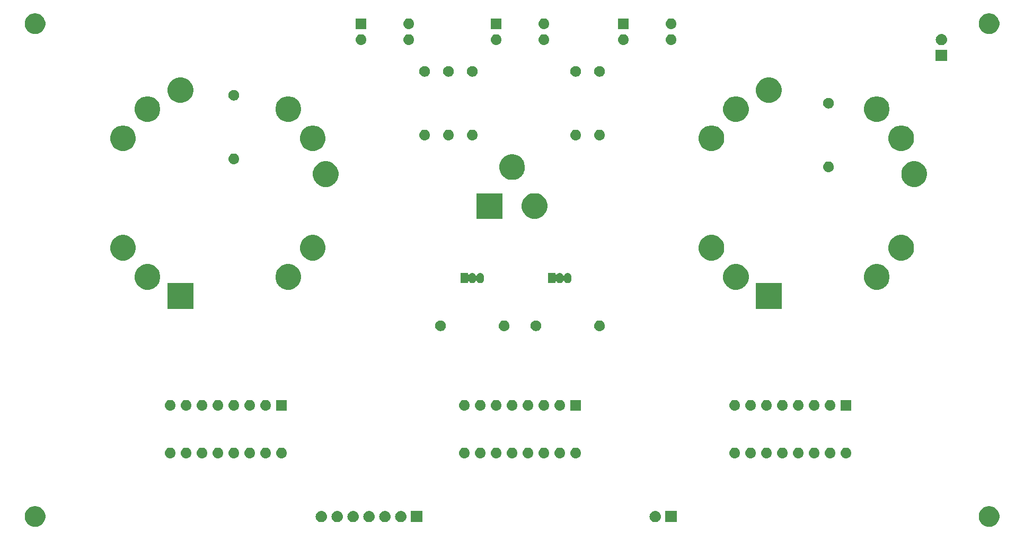
<source format=gbr>
G04 #@! TF.GenerationSoftware,KiCad,Pcbnew,5.0.2+dfsg1-1~bpo9+1*
G04 #@! TF.CreationDate,2020-04-30T19:20:10-04:00*
G04 #@! TF.ProjectId,NixieTest,4e697869-6554-4657-9374-2e6b69636164,rev?*
G04 #@! TF.SameCoordinates,Original*
G04 #@! TF.FileFunction,Soldermask,Bot*
G04 #@! TF.FilePolarity,Negative*
%FSLAX46Y46*%
G04 Gerber Fmt 4.6, Leading zero omitted, Abs format (unit mm)*
G04 Created by KiCad (PCBNEW 5.0.2+dfsg1-1~bpo9+1) date Thu 30 Apr 2020 07:20:10 PM EDT*
%MOMM*%
%LPD*%
G01*
G04 APERTURE LIST*
%ADD10C,0.100000*%
G04 APERTURE END LIST*
D10*
G36*
X203575256Y-105071298D02*
X203681579Y-105092447D01*
X203982042Y-105216903D01*
X204248852Y-105395180D01*
X204252454Y-105397587D01*
X204482413Y-105627546D01*
X204482415Y-105627549D01*
X204663097Y-105897958D01*
X204787553Y-106198421D01*
X204851000Y-106517391D01*
X204851000Y-106842609D01*
X204787553Y-107161579D01*
X204663097Y-107462042D01*
X204484820Y-107728852D01*
X204482413Y-107732454D01*
X204252454Y-107962413D01*
X204252451Y-107962415D01*
X203982042Y-108143097D01*
X203681579Y-108267553D01*
X203575256Y-108288702D01*
X203362611Y-108331000D01*
X203037389Y-108331000D01*
X202824744Y-108288702D01*
X202718421Y-108267553D01*
X202417958Y-108143097D01*
X202147549Y-107962415D01*
X202147546Y-107962413D01*
X201917587Y-107732454D01*
X201915180Y-107728852D01*
X201736903Y-107462042D01*
X201612447Y-107161579D01*
X201549000Y-106842609D01*
X201549000Y-106517391D01*
X201612447Y-106198421D01*
X201736903Y-105897958D01*
X201917585Y-105627549D01*
X201917587Y-105627546D01*
X202147546Y-105397587D01*
X202151148Y-105395180D01*
X202417958Y-105216903D01*
X202718421Y-105092447D01*
X202824744Y-105071298D01*
X203037389Y-105029000D01*
X203362611Y-105029000D01*
X203575256Y-105071298D01*
X203575256Y-105071298D01*
G37*
G36*
X51175256Y-105071298D02*
X51281579Y-105092447D01*
X51582042Y-105216903D01*
X51848852Y-105395180D01*
X51852454Y-105397587D01*
X52082413Y-105627546D01*
X52082415Y-105627549D01*
X52263097Y-105897958D01*
X52387553Y-106198421D01*
X52451000Y-106517391D01*
X52451000Y-106842609D01*
X52387553Y-107161579D01*
X52263097Y-107462042D01*
X52084820Y-107728852D01*
X52082413Y-107732454D01*
X51852454Y-107962413D01*
X51852451Y-107962415D01*
X51582042Y-108143097D01*
X51281579Y-108267553D01*
X51175256Y-108288702D01*
X50962611Y-108331000D01*
X50637389Y-108331000D01*
X50424744Y-108288702D01*
X50318421Y-108267553D01*
X50017958Y-108143097D01*
X49747549Y-107962415D01*
X49747546Y-107962413D01*
X49517587Y-107732454D01*
X49515180Y-107728852D01*
X49336903Y-107462042D01*
X49212447Y-107161579D01*
X49149000Y-106842609D01*
X49149000Y-106517391D01*
X49212447Y-106198421D01*
X49336903Y-105897958D01*
X49517585Y-105627549D01*
X49517587Y-105627546D01*
X49747546Y-105397587D01*
X49751148Y-105395180D01*
X50017958Y-105216903D01*
X50318421Y-105092447D01*
X50424744Y-105071298D01*
X50637389Y-105029000D01*
X50962611Y-105029000D01*
X51175256Y-105071298D01*
X51175256Y-105071298D01*
G37*
G36*
X153301000Y-107581000D02*
X151499000Y-107581000D01*
X151499000Y-105779000D01*
X153301000Y-105779000D01*
X153301000Y-107581000D01*
X153301000Y-107581000D01*
G37*
G36*
X112661000Y-107581000D02*
X110859000Y-107581000D01*
X110859000Y-105779000D01*
X112661000Y-105779000D01*
X112661000Y-107581000D01*
X112661000Y-107581000D01*
G37*
G36*
X149970443Y-105785519D02*
X150036627Y-105792037D01*
X150149853Y-105826384D01*
X150206467Y-105843557D01*
X150308246Y-105897960D01*
X150362991Y-105927222D01*
X150398729Y-105956552D01*
X150500186Y-106039814D01*
X150583448Y-106141271D01*
X150612778Y-106177009D01*
X150612779Y-106177011D01*
X150696443Y-106333533D01*
X150696443Y-106333534D01*
X150747963Y-106503373D01*
X150765359Y-106680000D01*
X150747963Y-106856627D01*
X150713616Y-106969853D01*
X150696443Y-107026467D01*
X150624224Y-107161578D01*
X150612778Y-107182991D01*
X150583448Y-107218729D01*
X150500186Y-107320186D01*
X150398729Y-107403448D01*
X150362991Y-107432778D01*
X150362989Y-107432779D01*
X150206467Y-107516443D01*
X150149853Y-107533616D01*
X150036627Y-107567963D01*
X149970443Y-107574481D01*
X149904260Y-107581000D01*
X149815740Y-107581000D01*
X149749557Y-107574481D01*
X149683373Y-107567963D01*
X149570147Y-107533616D01*
X149513533Y-107516443D01*
X149357011Y-107432779D01*
X149357009Y-107432778D01*
X149321271Y-107403448D01*
X149219814Y-107320186D01*
X149136552Y-107218729D01*
X149107222Y-107182991D01*
X149095776Y-107161578D01*
X149023557Y-107026467D01*
X149006384Y-106969853D01*
X148972037Y-106856627D01*
X148954641Y-106680000D01*
X148972037Y-106503373D01*
X149023557Y-106333534D01*
X149023557Y-106333533D01*
X149107221Y-106177011D01*
X149107222Y-106177009D01*
X149136552Y-106141271D01*
X149219814Y-106039814D01*
X149321271Y-105956552D01*
X149357009Y-105927222D01*
X149411754Y-105897960D01*
X149513533Y-105843557D01*
X149570147Y-105826384D01*
X149683373Y-105792037D01*
X149749557Y-105785519D01*
X149815740Y-105779000D01*
X149904260Y-105779000D01*
X149970443Y-105785519D01*
X149970443Y-105785519D01*
G37*
G36*
X109330443Y-105785519D02*
X109396627Y-105792037D01*
X109509853Y-105826384D01*
X109566467Y-105843557D01*
X109668246Y-105897960D01*
X109722991Y-105927222D01*
X109758729Y-105956552D01*
X109860186Y-106039814D01*
X109943448Y-106141271D01*
X109972778Y-106177009D01*
X109972779Y-106177011D01*
X110056443Y-106333533D01*
X110056443Y-106333534D01*
X110107963Y-106503373D01*
X110125359Y-106680000D01*
X110107963Y-106856627D01*
X110073616Y-106969853D01*
X110056443Y-107026467D01*
X109984224Y-107161578D01*
X109972778Y-107182991D01*
X109943448Y-107218729D01*
X109860186Y-107320186D01*
X109758729Y-107403448D01*
X109722991Y-107432778D01*
X109722989Y-107432779D01*
X109566467Y-107516443D01*
X109509853Y-107533616D01*
X109396627Y-107567963D01*
X109330443Y-107574481D01*
X109264260Y-107581000D01*
X109175740Y-107581000D01*
X109109557Y-107574481D01*
X109043373Y-107567963D01*
X108930147Y-107533616D01*
X108873533Y-107516443D01*
X108717011Y-107432779D01*
X108717009Y-107432778D01*
X108681271Y-107403448D01*
X108579814Y-107320186D01*
X108496552Y-107218729D01*
X108467222Y-107182991D01*
X108455776Y-107161578D01*
X108383557Y-107026467D01*
X108366384Y-106969853D01*
X108332037Y-106856627D01*
X108314641Y-106680000D01*
X108332037Y-106503373D01*
X108383557Y-106333534D01*
X108383557Y-106333533D01*
X108467221Y-106177011D01*
X108467222Y-106177009D01*
X108496552Y-106141271D01*
X108579814Y-106039814D01*
X108681271Y-105956552D01*
X108717009Y-105927222D01*
X108771754Y-105897960D01*
X108873533Y-105843557D01*
X108930147Y-105826384D01*
X109043373Y-105792037D01*
X109109557Y-105785519D01*
X109175740Y-105779000D01*
X109264260Y-105779000D01*
X109330443Y-105785519D01*
X109330443Y-105785519D01*
G37*
G36*
X106790443Y-105785519D02*
X106856627Y-105792037D01*
X106969853Y-105826384D01*
X107026467Y-105843557D01*
X107128246Y-105897960D01*
X107182991Y-105927222D01*
X107218729Y-105956552D01*
X107320186Y-106039814D01*
X107403448Y-106141271D01*
X107432778Y-106177009D01*
X107432779Y-106177011D01*
X107516443Y-106333533D01*
X107516443Y-106333534D01*
X107567963Y-106503373D01*
X107585359Y-106680000D01*
X107567963Y-106856627D01*
X107533616Y-106969853D01*
X107516443Y-107026467D01*
X107444224Y-107161578D01*
X107432778Y-107182991D01*
X107403448Y-107218729D01*
X107320186Y-107320186D01*
X107218729Y-107403448D01*
X107182991Y-107432778D01*
X107182989Y-107432779D01*
X107026467Y-107516443D01*
X106969853Y-107533616D01*
X106856627Y-107567963D01*
X106790443Y-107574481D01*
X106724260Y-107581000D01*
X106635740Y-107581000D01*
X106569557Y-107574481D01*
X106503373Y-107567963D01*
X106390147Y-107533616D01*
X106333533Y-107516443D01*
X106177011Y-107432779D01*
X106177009Y-107432778D01*
X106141271Y-107403448D01*
X106039814Y-107320186D01*
X105956552Y-107218729D01*
X105927222Y-107182991D01*
X105915776Y-107161578D01*
X105843557Y-107026467D01*
X105826384Y-106969853D01*
X105792037Y-106856627D01*
X105774641Y-106680000D01*
X105792037Y-106503373D01*
X105843557Y-106333534D01*
X105843557Y-106333533D01*
X105927221Y-106177011D01*
X105927222Y-106177009D01*
X105956552Y-106141271D01*
X106039814Y-106039814D01*
X106141271Y-105956552D01*
X106177009Y-105927222D01*
X106231754Y-105897960D01*
X106333533Y-105843557D01*
X106390147Y-105826384D01*
X106503373Y-105792037D01*
X106569557Y-105785519D01*
X106635740Y-105779000D01*
X106724260Y-105779000D01*
X106790443Y-105785519D01*
X106790443Y-105785519D01*
G37*
G36*
X104250443Y-105785519D02*
X104316627Y-105792037D01*
X104429853Y-105826384D01*
X104486467Y-105843557D01*
X104588246Y-105897960D01*
X104642991Y-105927222D01*
X104678729Y-105956552D01*
X104780186Y-106039814D01*
X104863448Y-106141271D01*
X104892778Y-106177009D01*
X104892779Y-106177011D01*
X104976443Y-106333533D01*
X104976443Y-106333534D01*
X105027963Y-106503373D01*
X105045359Y-106680000D01*
X105027963Y-106856627D01*
X104993616Y-106969853D01*
X104976443Y-107026467D01*
X104904224Y-107161578D01*
X104892778Y-107182991D01*
X104863448Y-107218729D01*
X104780186Y-107320186D01*
X104678729Y-107403448D01*
X104642991Y-107432778D01*
X104642989Y-107432779D01*
X104486467Y-107516443D01*
X104429853Y-107533616D01*
X104316627Y-107567963D01*
X104250443Y-107574481D01*
X104184260Y-107581000D01*
X104095740Y-107581000D01*
X104029557Y-107574481D01*
X103963373Y-107567963D01*
X103850147Y-107533616D01*
X103793533Y-107516443D01*
X103637011Y-107432779D01*
X103637009Y-107432778D01*
X103601271Y-107403448D01*
X103499814Y-107320186D01*
X103416552Y-107218729D01*
X103387222Y-107182991D01*
X103375776Y-107161578D01*
X103303557Y-107026467D01*
X103286384Y-106969853D01*
X103252037Y-106856627D01*
X103234641Y-106680000D01*
X103252037Y-106503373D01*
X103303557Y-106333534D01*
X103303557Y-106333533D01*
X103387221Y-106177011D01*
X103387222Y-106177009D01*
X103416552Y-106141271D01*
X103499814Y-106039814D01*
X103601271Y-105956552D01*
X103637009Y-105927222D01*
X103691754Y-105897960D01*
X103793533Y-105843557D01*
X103850147Y-105826384D01*
X103963373Y-105792037D01*
X104029557Y-105785519D01*
X104095740Y-105779000D01*
X104184260Y-105779000D01*
X104250443Y-105785519D01*
X104250443Y-105785519D01*
G37*
G36*
X101710443Y-105785519D02*
X101776627Y-105792037D01*
X101889853Y-105826384D01*
X101946467Y-105843557D01*
X102048246Y-105897960D01*
X102102991Y-105927222D01*
X102138729Y-105956552D01*
X102240186Y-106039814D01*
X102323448Y-106141271D01*
X102352778Y-106177009D01*
X102352779Y-106177011D01*
X102436443Y-106333533D01*
X102436443Y-106333534D01*
X102487963Y-106503373D01*
X102505359Y-106680000D01*
X102487963Y-106856627D01*
X102453616Y-106969853D01*
X102436443Y-107026467D01*
X102364224Y-107161578D01*
X102352778Y-107182991D01*
X102323448Y-107218729D01*
X102240186Y-107320186D01*
X102138729Y-107403448D01*
X102102991Y-107432778D01*
X102102989Y-107432779D01*
X101946467Y-107516443D01*
X101889853Y-107533616D01*
X101776627Y-107567963D01*
X101710443Y-107574481D01*
X101644260Y-107581000D01*
X101555740Y-107581000D01*
X101489557Y-107574481D01*
X101423373Y-107567963D01*
X101310147Y-107533616D01*
X101253533Y-107516443D01*
X101097011Y-107432779D01*
X101097009Y-107432778D01*
X101061271Y-107403448D01*
X100959814Y-107320186D01*
X100876552Y-107218729D01*
X100847222Y-107182991D01*
X100835776Y-107161578D01*
X100763557Y-107026467D01*
X100746384Y-106969853D01*
X100712037Y-106856627D01*
X100694641Y-106680000D01*
X100712037Y-106503373D01*
X100763557Y-106333534D01*
X100763557Y-106333533D01*
X100847221Y-106177011D01*
X100847222Y-106177009D01*
X100876552Y-106141271D01*
X100959814Y-106039814D01*
X101061271Y-105956552D01*
X101097009Y-105927222D01*
X101151754Y-105897960D01*
X101253533Y-105843557D01*
X101310147Y-105826384D01*
X101423373Y-105792037D01*
X101489557Y-105785519D01*
X101555740Y-105779000D01*
X101644260Y-105779000D01*
X101710443Y-105785519D01*
X101710443Y-105785519D01*
G37*
G36*
X99170443Y-105785519D02*
X99236627Y-105792037D01*
X99349853Y-105826384D01*
X99406467Y-105843557D01*
X99508246Y-105897960D01*
X99562991Y-105927222D01*
X99598729Y-105956552D01*
X99700186Y-106039814D01*
X99783448Y-106141271D01*
X99812778Y-106177009D01*
X99812779Y-106177011D01*
X99896443Y-106333533D01*
X99896443Y-106333534D01*
X99947963Y-106503373D01*
X99965359Y-106680000D01*
X99947963Y-106856627D01*
X99913616Y-106969853D01*
X99896443Y-107026467D01*
X99824224Y-107161578D01*
X99812778Y-107182991D01*
X99783448Y-107218729D01*
X99700186Y-107320186D01*
X99598729Y-107403448D01*
X99562991Y-107432778D01*
X99562989Y-107432779D01*
X99406467Y-107516443D01*
X99349853Y-107533616D01*
X99236627Y-107567963D01*
X99170443Y-107574481D01*
X99104260Y-107581000D01*
X99015740Y-107581000D01*
X98949557Y-107574481D01*
X98883373Y-107567963D01*
X98770147Y-107533616D01*
X98713533Y-107516443D01*
X98557011Y-107432779D01*
X98557009Y-107432778D01*
X98521271Y-107403448D01*
X98419814Y-107320186D01*
X98336552Y-107218729D01*
X98307222Y-107182991D01*
X98295776Y-107161578D01*
X98223557Y-107026467D01*
X98206384Y-106969853D01*
X98172037Y-106856627D01*
X98154641Y-106680000D01*
X98172037Y-106503373D01*
X98223557Y-106333534D01*
X98223557Y-106333533D01*
X98307221Y-106177011D01*
X98307222Y-106177009D01*
X98336552Y-106141271D01*
X98419814Y-106039814D01*
X98521271Y-105956552D01*
X98557009Y-105927222D01*
X98611754Y-105897960D01*
X98713533Y-105843557D01*
X98770147Y-105826384D01*
X98883373Y-105792037D01*
X98949557Y-105785519D01*
X99015740Y-105779000D01*
X99104260Y-105779000D01*
X99170443Y-105785519D01*
X99170443Y-105785519D01*
G37*
G36*
X96630443Y-105785519D02*
X96696627Y-105792037D01*
X96809853Y-105826384D01*
X96866467Y-105843557D01*
X96968246Y-105897960D01*
X97022991Y-105927222D01*
X97058729Y-105956552D01*
X97160186Y-106039814D01*
X97243448Y-106141271D01*
X97272778Y-106177009D01*
X97272779Y-106177011D01*
X97356443Y-106333533D01*
X97356443Y-106333534D01*
X97407963Y-106503373D01*
X97425359Y-106680000D01*
X97407963Y-106856627D01*
X97373616Y-106969853D01*
X97356443Y-107026467D01*
X97284224Y-107161578D01*
X97272778Y-107182991D01*
X97243448Y-107218729D01*
X97160186Y-107320186D01*
X97058729Y-107403448D01*
X97022991Y-107432778D01*
X97022989Y-107432779D01*
X96866467Y-107516443D01*
X96809853Y-107533616D01*
X96696627Y-107567963D01*
X96630443Y-107574481D01*
X96564260Y-107581000D01*
X96475740Y-107581000D01*
X96409557Y-107574481D01*
X96343373Y-107567963D01*
X96230147Y-107533616D01*
X96173533Y-107516443D01*
X96017011Y-107432779D01*
X96017009Y-107432778D01*
X95981271Y-107403448D01*
X95879814Y-107320186D01*
X95796552Y-107218729D01*
X95767222Y-107182991D01*
X95755776Y-107161578D01*
X95683557Y-107026467D01*
X95666384Y-106969853D01*
X95632037Y-106856627D01*
X95614641Y-106680000D01*
X95632037Y-106503373D01*
X95683557Y-106333534D01*
X95683557Y-106333533D01*
X95767221Y-106177011D01*
X95767222Y-106177009D01*
X95796552Y-106141271D01*
X95879814Y-106039814D01*
X95981271Y-105956552D01*
X96017009Y-105927222D01*
X96071754Y-105897960D01*
X96173533Y-105843557D01*
X96230147Y-105826384D01*
X96343373Y-105792037D01*
X96409557Y-105785519D01*
X96475740Y-105779000D01*
X96564260Y-105779000D01*
X96630443Y-105785519D01*
X96630443Y-105785519D01*
G37*
G36*
X119546821Y-95681313D02*
X119546824Y-95681314D01*
X119546825Y-95681314D01*
X119707239Y-95729975D01*
X119707241Y-95729976D01*
X119707244Y-95729977D01*
X119855078Y-95808995D01*
X119984659Y-95915341D01*
X120091005Y-96044922D01*
X120170023Y-96192756D01*
X120218687Y-96353179D01*
X120235117Y-96520000D01*
X120218687Y-96686821D01*
X120170023Y-96847244D01*
X120091005Y-96995078D01*
X119984659Y-97124659D01*
X119855078Y-97231005D01*
X119707244Y-97310023D01*
X119707241Y-97310024D01*
X119707239Y-97310025D01*
X119546825Y-97358686D01*
X119546824Y-97358686D01*
X119546821Y-97358687D01*
X119421804Y-97371000D01*
X119338196Y-97371000D01*
X119213179Y-97358687D01*
X119213176Y-97358686D01*
X119213175Y-97358686D01*
X119052761Y-97310025D01*
X119052759Y-97310024D01*
X119052756Y-97310023D01*
X118904922Y-97231005D01*
X118775341Y-97124659D01*
X118668995Y-96995078D01*
X118589977Y-96847244D01*
X118541313Y-96686821D01*
X118524883Y-96520000D01*
X118541313Y-96353179D01*
X118589977Y-96192756D01*
X118668995Y-96044922D01*
X118775341Y-95915341D01*
X118904922Y-95808995D01*
X119052756Y-95729977D01*
X119052759Y-95729976D01*
X119052761Y-95729975D01*
X119213175Y-95681314D01*
X119213176Y-95681314D01*
X119213179Y-95681313D01*
X119338196Y-95669000D01*
X119421804Y-95669000D01*
X119546821Y-95681313D01*
X119546821Y-95681313D01*
G37*
G36*
X122086821Y-95681313D02*
X122086824Y-95681314D01*
X122086825Y-95681314D01*
X122247239Y-95729975D01*
X122247241Y-95729976D01*
X122247244Y-95729977D01*
X122395078Y-95808995D01*
X122524659Y-95915341D01*
X122631005Y-96044922D01*
X122710023Y-96192756D01*
X122758687Y-96353179D01*
X122775117Y-96520000D01*
X122758687Y-96686821D01*
X122710023Y-96847244D01*
X122631005Y-96995078D01*
X122524659Y-97124659D01*
X122395078Y-97231005D01*
X122247244Y-97310023D01*
X122247241Y-97310024D01*
X122247239Y-97310025D01*
X122086825Y-97358686D01*
X122086824Y-97358686D01*
X122086821Y-97358687D01*
X121961804Y-97371000D01*
X121878196Y-97371000D01*
X121753179Y-97358687D01*
X121753176Y-97358686D01*
X121753175Y-97358686D01*
X121592761Y-97310025D01*
X121592759Y-97310024D01*
X121592756Y-97310023D01*
X121444922Y-97231005D01*
X121315341Y-97124659D01*
X121208995Y-96995078D01*
X121129977Y-96847244D01*
X121081313Y-96686821D01*
X121064883Y-96520000D01*
X121081313Y-96353179D01*
X121129977Y-96192756D01*
X121208995Y-96044922D01*
X121315341Y-95915341D01*
X121444922Y-95808995D01*
X121592756Y-95729977D01*
X121592759Y-95729976D01*
X121592761Y-95729975D01*
X121753175Y-95681314D01*
X121753176Y-95681314D01*
X121753179Y-95681313D01*
X121878196Y-95669000D01*
X121961804Y-95669000D01*
X122086821Y-95681313D01*
X122086821Y-95681313D01*
G37*
G36*
X124626821Y-95681313D02*
X124626824Y-95681314D01*
X124626825Y-95681314D01*
X124787239Y-95729975D01*
X124787241Y-95729976D01*
X124787244Y-95729977D01*
X124935078Y-95808995D01*
X125064659Y-95915341D01*
X125171005Y-96044922D01*
X125250023Y-96192756D01*
X125298687Y-96353179D01*
X125315117Y-96520000D01*
X125298687Y-96686821D01*
X125250023Y-96847244D01*
X125171005Y-96995078D01*
X125064659Y-97124659D01*
X124935078Y-97231005D01*
X124787244Y-97310023D01*
X124787241Y-97310024D01*
X124787239Y-97310025D01*
X124626825Y-97358686D01*
X124626824Y-97358686D01*
X124626821Y-97358687D01*
X124501804Y-97371000D01*
X124418196Y-97371000D01*
X124293179Y-97358687D01*
X124293176Y-97358686D01*
X124293175Y-97358686D01*
X124132761Y-97310025D01*
X124132759Y-97310024D01*
X124132756Y-97310023D01*
X123984922Y-97231005D01*
X123855341Y-97124659D01*
X123748995Y-96995078D01*
X123669977Y-96847244D01*
X123621313Y-96686821D01*
X123604883Y-96520000D01*
X123621313Y-96353179D01*
X123669977Y-96192756D01*
X123748995Y-96044922D01*
X123855341Y-95915341D01*
X123984922Y-95808995D01*
X124132756Y-95729977D01*
X124132759Y-95729976D01*
X124132761Y-95729975D01*
X124293175Y-95681314D01*
X124293176Y-95681314D01*
X124293179Y-95681313D01*
X124418196Y-95669000D01*
X124501804Y-95669000D01*
X124626821Y-95681313D01*
X124626821Y-95681313D01*
G37*
G36*
X127166821Y-95681313D02*
X127166824Y-95681314D01*
X127166825Y-95681314D01*
X127327239Y-95729975D01*
X127327241Y-95729976D01*
X127327244Y-95729977D01*
X127475078Y-95808995D01*
X127604659Y-95915341D01*
X127711005Y-96044922D01*
X127790023Y-96192756D01*
X127838687Y-96353179D01*
X127855117Y-96520000D01*
X127838687Y-96686821D01*
X127790023Y-96847244D01*
X127711005Y-96995078D01*
X127604659Y-97124659D01*
X127475078Y-97231005D01*
X127327244Y-97310023D01*
X127327241Y-97310024D01*
X127327239Y-97310025D01*
X127166825Y-97358686D01*
X127166824Y-97358686D01*
X127166821Y-97358687D01*
X127041804Y-97371000D01*
X126958196Y-97371000D01*
X126833179Y-97358687D01*
X126833176Y-97358686D01*
X126833175Y-97358686D01*
X126672761Y-97310025D01*
X126672759Y-97310024D01*
X126672756Y-97310023D01*
X126524922Y-97231005D01*
X126395341Y-97124659D01*
X126288995Y-96995078D01*
X126209977Y-96847244D01*
X126161313Y-96686821D01*
X126144883Y-96520000D01*
X126161313Y-96353179D01*
X126209977Y-96192756D01*
X126288995Y-96044922D01*
X126395341Y-95915341D01*
X126524922Y-95808995D01*
X126672756Y-95729977D01*
X126672759Y-95729976D01*
X126672761Y-95729975D01*
X126833175Y-95681314D01*
X126833176Y-95681314D01*
X126833179Y-95681313D01*
X126958196Y-95669000D01*
X127041804Y-95669000D01*
X127166821Y-95681313D01*
X127166821Y-95681313D01*
G37*
G36*
X129706821Y-95681313D02*
X129706824Y-95681314D01*
X129706825Y-95681314D01*
X129867239Y-95729975D01*
X129867241Y-95729976D01*
X129867244Y-95729977D01*
X130015078Y-95808995D01*
X130144659Y-95915341D01*
X130251005Y-96044922D01*
X130330023Y-96192756D01*
X130378687Y-96353179D01*
X130395117Y-96520000D01*
X130378687Y-96686821D01*
X130330023Y-96847244D01*
X130251005Y-96995078D01*
X130144659Y-97124659D01*
X130015078Y-97231005D01*
X129867244Y-97310023D01*
X129867241Y-97310024D01*
X129867239Y-97310025D01*
X129706825Y-97358686D01*
X129706824Y-97358686D01*
X129706821Y-97358687D01*
X129581804Y-97371000D01*
X129498196Y-97371000D01*
X129373179Y-97358687D01*
X129373176Y-97358686D01*
X129373175Y-97358686D01*
X129212761Y-97310025D01*
X129212759Y-97310024D01*
X129212756Y-97310023D01*
X129064922Y-97231005D01*
X128935341Y-97124659D01*
X128828995Y-96995078D01*
X128749977Y-96847244D01*
X128701313Y-96686821D01*
X128684883Y-96520000D01*
X128701313Y-96353179D01*
X128749977Y-96192756D01*
X128828995Y-96044922D01*
X128935341Y-95915341D01*
X129064922Y-95808995D01*
X129212756Y-95729977D01*
X129212759Y-95729976D01*
X129212761Y-95729975D01*
X129373175Y-95681314D01*
X129373176Y-95681314D01*
X129373179Y-95681313D01*
X129498196Y-95669000D01*
X129581804Y-95669000D01*
X129706821Y-95681313D01*
X129706821Y-95681313D01*
G37*
G36*
X132246821Y-95681313D02*
X132246824Y-95681314D01*
X132246825Y-95681314D01*
X132407239Y-95729975D01*
X132407241Y-95729976D01*
X132407244Y-95729977D01*
X132555078Y-95808995D01*
X132684659Y-95915341D01*
X132791005Y-96044922D01*
X132870023Y-96192756D01*
X132918687Y-96353179D01*
X132935117Y-96520000D01*
X132918687Y-96686821D01*
X132870023Y-96847244D01*
X132791005Y-96995078D01*
X132684659Y-97124659D01*
X132555078Y-97231005D01*
X132407244Y-97310023D01*
X132407241Y-97310024D01*
X132407239Y-97310025D01*
X132246825Y-97358686D01*
X132246824Y-97358686D01*
X132246821Y-97358687D01*
X132121804Y-97371000D01*
X132038196Y-97371000D01*
X131913179Y-97358687D01*
X131913176Y-97358686D01*
X131913175Y-97358686D01*
X131752761Y-97310025D01*
X131752759Y-97310024D01*
X131752756Y-97310023D01*
X131604922Y-97231005D01*
X131475341Y-97124659D01*
X131368995Y-96995078D01*
X131289977Y-96847244D01*
X131241313Y-96686821D01*
X131224883Y-96520000D01*
X131241313Y-96353179D01*
X131289977Y-96192756D01*
X131368995Y-96044922D01*
X131475341Y-95915341D01*
X131604922Y-95808995D01*
X131752756Y-95729977D01*
X131752759Y-95729976D01*
X131752761Y-95729975D01*
X131913175Y-95681314D01*
X131913176Y-95681314D01*
X131913179Y-95681313D01*
X132038196Y-95669000D01*
X132121804Y-95669000D01*
X132246821Y-95681313D01*
X132246821Y-95681313D01*
G37*
G36*
X134786821Y-95681313D02*
X134786824Y-95681314D01*
X134786825Y-95681314D01*
X134947239Y-95729975D01*
X134947241Y-95729976D01*
X134947244Y-95729977D01*
X135095078Y-95808995D01*
X135224659Y-95915341D01*
X135331005Y-96044922D01*
X135410023Y-96192756D01*
X135458687Y-96353179D01*
X135475117Y-96520000D01*
X135458687Y-96686821D01*
X135410023Y-96847244D01*
X135331005Y-96995078D01*
X135224659Y-97124659D01*
X135095078Y-97231005D01*
X134947244Y-97310023D01*
X134947241Y-97310024D01*
X134947239Y-97310025D01*
X134786825Y-97358686D01*
X134786824Y-97358686D01*
X134786821Y-97358687D01*
X134661804Y-97371000D01*
X134578196Y-97371000D01*
X134453179Y-97358687D01*
X134453176Y-97358686D01*
X134453175Y-97358686D01*
X134292761Y-97310025D01*
X134292759Y-97310024D01*
X134292756Y-97310023D01*
X134144922Y-97231005D01*
X134015341Y-97124659D01*
X133908995Y-96995078D01*
X133829977Y-96847244D01*
X133781313Y-96686821D01*
X133764883Y-96520000D01*
X133781313Y-96353179D01*
X133829977Y-96192756D01*
X133908995Y-96044922D01*
X134015341Y-95915341D01*
X134144922Y-95808995D01*
X134292756Y-95729977D01*
X134292759Y-95729976D01*
X134292761Y-95729975D01*
X134453175Y-95681314D01*
X134453176Y-95681314D01*
X134453179Y-95681313D01*
X134578196Y-95669000D01*
X134661804Y-95669000D01*
X134786821Y-95681313D01*
X134786821Y-95681313D01*
G37*
G36*
X90336821Y-95681313D02*
X90336824Y-95681314D01*
X90336825Y-95681314D01*
X90497239Y-95729975D01*
X90497241Y-95729976D01*
X90497244Y-95729977D01*
X90645078Y-95808995D01*
X90774659Y-95915341D01*
X90881005Y-96044922D01*
X90960023Y-96192756D01*
X91008687Y-96353179D01*
X91025117Y-96520000D01*
X91008687Y-96686821D01*
X90960023Y-96847244D01*
X90881005Y-96995078D01*
X90774659Y-97124659D01*
X90645078Y-97231005D01*
X90497244Y-97310023D01*
X90497241Y-97310024D01*
X90497239Y-97310025D01*
X90336825Y-97358686D01*
X90336824Y-97358686D01*
X90336821Y-97358687D01*
X90211804Y-97371000D01*
X90128196Y-97371000D01*
X90003179Y-97358687D01*
X90003176Y-97358686D01*
X90003175Y-97358686D01*
X89842761Y-97310025D01*
X89842759Y-97310024D01*
X89842756Y-97310023D01*
X89694922Y-97231005D01*
X89565341Y-97124659D01*
X89458995Y-96995078D01*
X89379977Y-96847244D01*
X89331313Y-96686821D01*
X89314883Y-96520000D01*
X89331313Y-96353179D01*
X89379977Y-96192756D01*
X89458995Y-96044922D01*
X89565341Y-95915341D01*
X89694922Y-95808995D01*
X89842756Y-95729977D01*
X89842759Y-95729976D01*
X89842761Y-95729975D01*
X90003175Y-95681314D01*
X90003176Y-95681314D01*
X90003179Y-95681313D01*
X90128196Y-95669000D01*
X90211804Y-95669000D01*
X90336821Y-95681313D01*
X90336821Y-95681313D01*
G37*
G36*
X167806821Y-95681313D02*
X167806824Y-95681314D01*
X167806825Y-95681314D01*
X167967239Y-95729975D01*
X167967241Y-95729976D01*
X167967244Y-95729977D01*
X168115078Y-95808995D01*
X168244659Y-95915341D01*
X168351005Y-96044922D01*
X168430023Y-96192756D01*
X168478687Y-96353179D01*
X168495117Y-96520000D01*
X168478687Y-96686821D01*
X168430023Y-96847244D01*
X168351005Y-96995078D01*
X168244659Y-97124659D01*
X168115078Y-97231005D01*
X167967244Y-97310023D01*
X167967241Y-97310024D01*
X167967239Y-97310025D01*
X167806825Y-97358686D01*
X167806824Y-97358686D01*
X167806821Y-97358687D01*
X167681804Y-97371000D01*
X167598196Y-97371000D01*
X167473179Y-97358687D01*
X167473176Y-97358686D01*
X167473175Y-97358686D01*
X167312761Y-97310025D01*
X167312759Y-97310024D01*
X167312756Y-97310023D01*
X167164922Y-97231005D01*
X167035341Y-97124659D01*
X166928995Y-96995078D01*
X166849977Y-96847244D01*
X166801313Y-96686821D01*
X166784883Y-96520000D01*
X166801313Y-96353179D01*
X166849977Y-96192756D01*
X166928995Y-96044922D01*
X167035341Y-95915341D01*
X167164922Y-95808995D01*
X167312756Y-95729977D01*
X167312759Y-95729976D01*
X167312761Y-95729975D01*
X167473175Y-95681314D01*
X167473176Y-95681314D01*
X167473179Y-95681313D01*
X167598196Y-95669000D01*
X167681804Y-95669000D01*
X167806821Y-95681313D01*
X167806821Y-95681313D01*
G37*
G36*
X165266821Y-95681313D02*
X165266824Y-95681314D01*
X165266825Y-95681314D01*
X165427239Y-95729975D01*
X165427241Y-95729976D01*
X165427244Y-95729977D01*
X165575078Y-95808995D01*
X165704659Y-95915341D01*
X165811005Y-96044922D01*
X165890023Y-96192756D01*
X165938687Y-96353179D01*
X165955117Y-96520000D01*
X165938687Y-96686821D01*
X165890023Y-96847244D01*
X165811005Y-96995078D01*
X165704659Y-97124659D01*
X165575078Y-97231005D01*
X165427244Y-97310023D01*
X165427241Y-97310024D01*
X165427239Y-97310025D01*
X165266825Y-97358686D01*
X165266824Y-97358686D01*
X165266821Y-97358687D01*
X165141804Y-97371000D01*
X165058196Y-97371000D01*
X164933179Y-97358687D01*
X164933176Y-97358686D01*
X164933175Y-97358686D01*
X164772761Y-97310025D01*
X164772759Y-97310024D01*
X164772756Y-97310023D01*
X164624922Y-97231005D01*
X164495341Y-97124659D01*
X164388995Y-96995078D01*
X164309977Y-96847244D01*
X164261313Y-96686821D01*
X164244883Y-96520000D01*
X164261313Y-96353179D01*
X164309977Y-96192756D01*
X164388995Y-96044922D01*
X164495341Y-95915341D01*
X164624922Y-95808995D01*
X164772756Y-95729977D01*
X164772759Y-95729976D01*
X164772761Y-95729975D01*
X164933175Y-95681314D01*
X164933176Y-95681314D01*
X164933179Y-95681313D01*
X165058196Y-95669000D01*
X165141804Y-95669000D01*
X165266821Y-95681313D01*
X165266821Y-95681313D01*
G37*
G36*
X162726821Y-95681313D02*
X162726824Y-95681314D01*
X162726825Y-95681314D01*
X162887239Y-95729975D01*
X162887241Y-95729976D01*
X162887244Y-95729977D01*
X163035078Y-95808995D01*
X163164659Y-95915341D01*
X163271005Y-96044922D01*
X163350023Y-96192756D01*
X163398687Y-96353179D01*
X163415117Y-96520000D01*
X163398687Y-96686821D01*
X163350023Y-96847244D01*
X163271005Y-96995078D01*
X163164659Y-97124659D01*
X163035078Y-97231005D01*
X162887244Y-97310023D01*
X162887241Y-97310024D01*
X162887239Y-97310025D01*
X162726825Y-97358686D01*
X162726824Y-97358686D01*
X162726821Y-97358687D01*
X162601804Y-97371000D01*
X162518196Y-97371000D01*
X162393179Y-97358687D01*
X162393176Y-97358686D01*
X162393175Y-97358686D01*
X162232761Y-97310025D01*
X162232759Y-97310024D01*
X162232756Y-97310023D01*
X162084922Y-97231005D01*
X161955341Y-97124659D01*
X161848995Y-96995078D01*
X161769977Y-96847244D01*
X161721313Y-96686821D01*
X161704883Y-96520000D01*
X161721313Y-96353179D01*
X161769977Y-96192756D01*
X161848995Y-96044922D01*
X161955341Y-95915341D01*
X162084922Y-95808995D01*
X162232756Y-95729977D01*
X162232759Y-95729976D01*
X162232761Y-95729975D01*
X162393175Y-95681314D01*
X162393176Y-95681314D01*
X162393179Y-95681313D01*
X162518196Y-95669000D01*
X162601804Y-95669000D01*
X162726821Y-95681313D01*
X162726821Y-95681313D01*
G37*
G36*
X137326821Y-95681313D02*
X137326824Y-95681314D01*
X137326825Y-95681314D01*
X137487239Y-95729975D01*
X137487241Y-95729976D01*
X137487244Y-95729977D01*
X137635078Y-95808995D01*
X137764659Y-95915341D01*
X137871005Y-96044922D01*
X137950023Y-96192756D01*
X137998687Y-96353179D01*
X138015117Y-96520000D01*
X137998687Y-96686821D01*
X137950023Y-96847244D01*
X137871005Y-96995078D01*
X137764659Y-97124659D01*
X137635078Y-97231005D01*
X137487244Y-97310023D01*
X137487241Y-97310024D01*
X137487239Y-97310025D01*
X137326825Y-97358686D01*
X137326824Y-97358686D01*
X137326821Y-97358687D01*
X137201804Y-97371000D01*
X137118196Y-97371000D01*
X136993179Y-97358687D01*
X136993176Y-97358686D01*
X136993175Y-97358686D01*
X136832761Y-97310025D01*
X136832759Y-97310024D01*
X136832756Y-97310023D01*
X136684922Y-97231005D01*
X136555341Y-97124659D01*
X136448995Y-96995078D01*
X136369977Y-96847244D01*
X136321313Y-96686821D01*
X136304883Y-96520000D01*
X136321313Y-96353179D01*
X136369977Y-96192756D01*
X136448995Y-96044922D01*
X136555341Y-95915341D01*
X136684922Y-95808995D01*
X136832756Y-95729977D01*
X136832759Y-95729976D01*
X136832761Y-95729975D01*
X136993175Y-95681314D01*
X136993176Y-95681314D01*
X136993179Y-95681313D01*
X137118196Y-95669000D01*
X137201804Y-95669000D01*
X137326821Y-95681313D01*
X137326821Y-95681313D01*
G37*
G36*
X85256821Y-95681313D02*
X85256824Y-95681314D01*
X85256825Y-95681314D01*
X85417239Y-95729975D01*
X85417241Y-95729976D01*
X85417244Y-95729977D01*
X85565078Y-95808995D01*
X85694659Y-95915341D01*
X85801005Y-96044922D01*
X85880023Y-96192756D01*
X85928687Y-96353179D01*
X85945117Y-96520000D01*
X85928687Y-96686821D01*
X85880023Y-96847244D01*
X85801005Y-96995078D01*
X85694659Y-97124659D01*
X85565078Y-97231005D01*
X85417244Y-97310023D01*
X85417241Y-97310024D01*
X85417239Y-97310025D01*
X85256825Y-97358686D01*
X85256824Y-97358686D01*
X85256821Y-97358687D01*
X85131804Y-97371000D01*
X85048196Y-97371000D01*
X84923179Y-97358687D01*
X84923176Y-97358686D01*
X84923175Y-97358686D01*
X84762761Y-97310025D01*
X84762759Y-97310024D01*
X84762756Y-97310023D01*
X84614922Y-97231005D01*
X84485341Y-97124659D01*
X84378995Y-96995078D01*
X84299977Y-96847244D01*
X84251313Y-96686821D01*
X84234883Y-96520000D01*
X84251313Y-96353179D01*
X84299977Y-96192756D01*
X84378995Y-96044922D01*
X84485341Y-95915341D01*
X84614922Y-95808995D01*
X84762756Y-95729977D01*
X84762759Y-95729976D01*
X84762761Y-95729975D01*
X84923175Y-95681314D01*
X84923176Y-95681314D01*
X84923179Y-95681313D01*
X85048196Y-95669000D01*
X85131804Y-95669000D01*
X85256821Y-95681313D01*
X85256821Y-95681313D01*
G37*
G36*
X87796821Y-95681313D02*
X87796824Y-95681314D01*
X87796825Y-95681314D01*
X87957239Y-95729975D01*
X87957241Y-95729976D01*
X87957244Y-95729977D01*
X88105078Y-95808995D01*
X88234659Y-95915341D01*
X88341005Y-96044922D01*
X88420023Y-96192756D01*
X88468687Y-96353179D01*
X88485117Y-96520000D01*
X88468687Y-96686821D01*
X88420023Y-96847244D01*
X88341005Y-96995078D01*
X88234659Y-97124659D01*
X88105078Y-97231005D01*
X87957244Y-97310023D01*
X87957241Y-97310024D01*
X87957239Y-97310025D01*
X87796825Y-97358686D01*
X87796824Y-97358686D01*
X87796821Y-97358687D01*
X87671804Y-97371000D01*
X87588196Y-97371000D01*
X87463179Y-97358687D01*
X87463176Y-97358686D01*
X87463175Y-97358686D01*
X87302761Y-97310025D01*
X87302759Y-97310024D01*
X87302756Y-97310023D01*
X87154922Y-97231005D01*
X87025341Y-97124659D01*
X86918995Y-96995078D01*
X86839977Y-96847244D01*
X86791313Y-96686821D01*
X86774883Y-96520000D01*
X86791313Y-96353179D01*
X86839977Y-96192756D01*
X86918995Y-96044922D01*
X87025341Y-95915341D01*
X87154922Y-95808995D01*
X87302756Y-95729977D01*
X87302759Y-95729976D01*
X87302761Y-95729975D01*
X87463175Y-95681314D01*
X87463176Y-95681314D01*
X87463179Y-95681313D01*
X87588196Y-95669000D01*
X87671804Y-95669000D01*
X87796821Y-95681313D01*
X87796821Y-95681313D01*
G37*
G36*
X170346821Y-95681313D02*
X170346824Y-95681314D01*
X170346825Y-95681314D01*
X170507239Y-95729975D01*
X170507241Y-95729976D01*
X170507244Y-95729977D01*
X170655078Y-95808995D01*
X170784659Y-95915341D01*
X170891005Y-96044922D01*
X170970023Y-96192756D01*
X171018687Y-96353179D01*
X171035117Y-96520000D01*
X171018687Y-96686821D01*
X170970023Y-96847244D01*
X170891005Y-96995078D01*
X170784659Y-97124659D01*
X170655078Y-97231005D01*
X170507244Y-97310023D01*
X170507241Y-97310024D01*
X170507239Y-97310025D01*
X170346825Y-97358686D01*
X170346824Y-97358686D01*
X170346821Y-97358687D01*
X170221804Y-97371000D01*
X170138196Y-97371000D01*
X170013179Y-97358687D01*
X170013176Y-97358686D01*
X170013175Y-97358686D01*
X169852761Y-97310025D01*
X169852759Y-97310024D01*
X169852756Y-97310023D01*
X169704922Y-97231005D01*
X169575341Y-97124659D01*
X169468995Y-96995078D01*
X169389977Y-96847244D01*
X169341313Y-96686821D01*
X169324883Y-96520000D01*
X169341313Y-96353179D01*
X169389977Y-96192756D01*
X169468995Y-96044922D01*
X169575341Y-95915341D01*
X169704922Y-95808995D01*
X169852756Y-95729977D01*
X169852759Y-95729976D01*
X169852761Y-95729975D01*
X170013175Y-95681314D01*
X170013176Y-95681314D01*
X170013179Y-95681313D01*
X170138196Y-95669000D01*
X170221804Y-95669000D01*
X170346821Y-95681313D01*
X170346821Y-95681313D01*
G37*
G36*
X177966821Y-95681313D02*
X177966824Y-95681314D01*
X177966825Y-95681314D01*
X178127239Y-95729975D01*
X178127241Y-95729976D01*
X178127244Y-95729977D01*
X178275078Y-95808995D01*
X178404659Y-95915341D01*
X178511005Y-96044922D01*
X178590023Y-96192756D01*
X178638687Y-96353179D01*
X178655117Y-96520000D01*
X178638687Y-96686821D01*
X178590023Y-96847244D01*
X178511005Y-96995078D01*
X178404659Y-97124659D01*
X178275078Y-97231005D01*
X178127244Y-97310023D01*
X178127241Y-97310024D01*
X178127239Y-97310025D01*
X177966825Y-97358686D01*
X177966824Y-97358686D01*
X177966821Y-97358687D01*
X177841804Y-97371000D01*
X177758196Y-97371000D01*
X177633179Y-97358687D01*
X177633176Y-97358686D01*
X177633175Y-97358686D01*
X177472761Y-97310025D01*
X177472759Y-97310024D01*
X177472756Y-97310023D01*
X177324922Y-97231005D01*
X177195341Y-97124659D01*
X177088995Y-96995078D01*
X177009977Y-96847244D01*
X176961313Y-96686821D01*
X176944883Y-96520000D01*
X176961313Y-96353179D01*
X177009977Y-96192756D01*
X177088995Y-96044922D01*
X177195341Y-95915341D01*
X177324922Y-95808995D01*
X177472756Y-95729977D01*
X177472759Y-95729976D01*
X177472761Y-95729975D01*
X177633175Y-95681314D01*
X177633176Y-95681314D01*
X177633179Y-95681313D01*
X177758196Y-95669000D01*
X177841804Y-95669000D01*
X177966821Y-95681313D01*
X177966821Y-95681313D01*
G37*
G36*
X175426821Y-95681313D02*
X175426824Y-95681314D01*
X175426825Y-95681314D01*
X175587239Y-95729975D01*
X175587241Y-95729976D01*
X175587244Y-95729977D01*
X175735078Y-95808995D01*
X175864659Y-95915341D01*
X175971005Y-96044922D01*
X176050023Y-96192756D01*
X176098687Y-96353179D01*
X176115117Y-96520000D01*
X176098687Y-96686821D01*
X176050023Y-96847244D01*
X175971005Y-96995078D01*
X175864659Y-97124659D01*
X175735078Y-97231005D01*
X175587244Y-97310023D01*
X175587241Y-97310024D01*
X175587239Y-97310025D01*
X175426825Y-97358686D01*
X175426824Y-97358686D01*
X175426821Y-97358687D01*
X175301804Y-97371000D01*
X175218196Y-97371000D01*
X175093179Y-97358687D01*
X175093176Y-97358686D01*
X175093175Y-97358686D01*
X174932761Y-97310025D01*
X174932759Y-97310024D01*
X174932756Y-97310023D01*
X174784922Y-97231005D01*
X174655341Y-97124659D01*
X174548995Y-96995078D01*
X174469977Y-96847244D01*
X174421313Y-96686821D01*
X174404883Y-96520000D01*
X174421313Y-96353179D01*
X174469977Y-96192756D01*
X174548995Y-96044922D01*
X174655341Y-95915341D01*
X174784922Y-95808995D01*
X174932756Y-95729977D01*
X174932759Y-95729976D01*
X174932761Y-95729975D01*
X175093175Y-95681314D01*
X175093176Y-95681314D01*
X175093179Y-95681313D01*
X175218196Y-95669000D01*
X175301804Y-95669000D01*
X175426821Y-95681313D01*
X175426821Y-95681313D01*
G37*
G36*
X180506821Y-95681313D02*
X180506824Y-95681314D01*
X180506825Y-95681314D01*
X180667239Y-95729975D01*
X180667241Y-95729976D01*
X180667244Y-95729977D01*
X180815078Y-95808995D01*
X180944659Y-95915341D01*
X181051005Y-96044922D01*
X181130023Y-96192756D01*
X181178687Y-96353179D01*
X181195117Y-96520000D01*
X181178687Y-96686821D01*
X181130023Y-96847244D01*
X181051005Y-96995078D01*
X180944659Y-97124659D01*
X180815078Y-97231005D01*
X180667244Y-97310023D01*
X180667241Y-97310024D01*
X180667239Y-97310025D01*
X180506825Y-97358686D01*
X180506824Y-97358686D01*
X180506821Y-97358687D01*
X180381804Y-97371000D01*
X180298196Y-97371000D01*
X180173179Y-97358687D01*
X180173176Y-97358686D01*
X180173175Y-97358686D01*
X180012761Y-97310025D01*
X180012759Y-97310024D01*
X180012756Y-97310023D01*
X179864922Y-97231005D01*
X179735341Y-97124659D01*
X179628995Y-96995078D01*
X179549977Y-96847244D01*
X179501313Y-96686821D01*
X179484883Y-96520000D01*
X179501313Y-96353179D01*
X179549977Y-96192756D01*
X179628995Y-96044922D01*
X179735341Y-95915341D01*
X179864922Y-95808995D01*
X180012756Y-95729977D01*
X180012759Y-95729976D01*
X180012761Y-95729975D01*
X180173175Y-95681314D01*
X180173176Y-95681314D01*
X180173179Y-95681313D01*
X180298196Y-95669000D01*
X180381804Y-95669000D01*
X180506821Y-95681313D01*
X180506821Y-95681313D01*
G37*
G36*
X172886821Y-95681313D02*
X172886824Y-95681314D01*
X172886825Y-95681314D01*
X173047239Y-95729975D01*
X173047241Y-95729976D01*
X173047244Y-95729977D01*
X173195078Y-95808995D01*
X173324659Y-95915341D01*
X173431005Y-96044922D01*
X173510023Y-96192756D01*
X173558687Y-96353179D01*
X173575117Y-96520000D01*
X173558687Y-96686821D01*
X173510023Y-96847244D01*
X173431005Y-96995078D01*
X173324659Y-97124659D01*
X173195078Y-97231005D01*
X173047244Y-97310023D01*
X173047241Y-97310024D01*
X173047239Y-97310025D01*
X172886825Y-97358686D01*
X172886824Y-97358686D01*
X172886821Y-97358687D01*
X172761804Y-97371000D01*
X172678196Y-97371000D01*
X172553179Y-97358687D01*
X172553176Y-97358686D01*
X172553175Y-97358686D01*
X172392761Y-97310025D01*
X172392759Y-97310024D01*
X172392756Y-97310023D01*
X172244922Y-97231005D01*
X172115341Y-97124659D01*
X172008995Y-96995078D01*
X171929977Y-96847244D01*
X171881313Y-96686821D01*
X171864883Y-96520000D01*
X171881313Y-96353179D01*
X171929977Y-96192756D01*
X172008995Y-96044922D01*
X172115341Y-95915341D01*
X172244922Y-95808995D01*
X172392756Y-95729977D01*
X172392759Y-95729976D01*
X172392761Y-95729975D01*
X172553175Y-95681314D01*
X172553176Y-95681314D01*
X172553179Y-95681313D01*
X172678196Y-95669000D01*
X172761804Y-95669000D01*
X172886821Y-95681313D01*
X172886821Y-95681313D01*
G37*
G36*
X72556821Y-95681313D02*
X72556824Y-95681314D01*
X72556825Y-95681314D01*
X72717239Y-95729975D01*
X72717241Y-95729976D01*
X72717244Y-95729977D01*
X72865078Y-95808995D01*
X72994659Y-95915341D01*
X73101005Y-96044922D01*
X73180023Y-96192756D01*
X73228687Y-96353179D01*
X73245117Y-96520000D01*
X73228687Y-96686821D01*
X73180023Y-96847244D01*
X73101005Y-96995078D01*
X72994659Y-97124659D01*
X72865078Y-97231005D01*
X72717244Y-97310023D01*
X72717241Y-97310024D01*
X72717239Y-97310025D01*
X72556825Y-97358686D01*
X72556824Y-97358686D01*
X72556821Y-97358687D01*
X72431804Y-97371000D01*
X72348196Y-97371000D01*
X72223179Y-97358687D01*
X72223176Y-97358686D01*
X72223175Y-97358686D01*
X72062761Y-97310025D01*
X72062759Y-97310024D01*
X72062756Y-97310023D01*
X71914922Y-97231005D01*
X71785341Y-97124659D01*
X71678995Y-96995078D01*
X71599977Y-96847244D01*
X71551313Y-96686821D01*
X71534883Y-96520000D01*
X71551313Y-96353179D01*
X71599977Y-96192756D01*
X71678995Y-96044922D01*
X71785341Y-95915341D01*
X71914922Y-95808995D01*
X72062756Y-95729977D01*
X72062759Y-95729976D01*
X72062761Y-95729975D01*
X72223175Y-95681314D01*
X72223176Y-95681314D01*
X72223179Y-95681313D01*
X72348196Y-95669000D01*
X72431804Y-95669000D01*
X72556821Y-95681313D01*
X72556821Y-95681313D01*
G37*
G36*
X75096821Y-95681313D02*
X75096824Y-95681314D01*
X75096825Y-95681314D01*
X75257239Y-95729975D01*
X75257241Y-95729976D01*
X75257244Y-95729977D01*
X75405078Y-95808995D01*
X75534659Y-95915341D01*
X75641005Y-96044922D01*
X75720023Y-96192756D01*
X75768687Y-96353179D01*
X75785117Y-96520000D01*
X75768687Y-96686821D01*
X75720023Y-96847244D01*
X75641005Y-96995078D01*
X75534659Y-97124659D01*
X75405078Y-97231005D01*
X75257244Y-97310023D01*
X75257241Y-97310024D01*
X75257239Y-97310025D01*
X75096825Y-97358686D01*
X75096824Y-97358686D01*
X75096821Y-97358687D01*
X74971804Y-97371000D01*
X74888196Y-97371000D01*
X74763179Y-97358687D01*
X74763176Y-97358686D01*
X74763175Y-97358686D01*
X74602761Y-97310025D01*
X74602759Y-97310024D01*
X74602756Y-97310023D01*
X74454922Y-97231005D01*
X74325341Y-97124659D01*
X74218995Y-96995078D01*
X74139977Y-96847244D01*
X74091313Y-96686821D01*
X74074883Y-96520000D01*
X74091313Y-96353179D01*
X74139977Y-96192756D01*
X74218995Y-96044922D01*
X74325341Y-95915341D01*
X74454922Y-95808995D01*
X74602756Y-95729977D01*
X74602759Y-95729976D01*
X74602761Y-95729975D01*
X74763175Y-95681314D01*
X74763176Y-95681314D01*
X74763179Y-95681313D01*
X74888196Y-95669000D01*
X74971804Y-95669000D01*
X75096821Y-95681313D01*
X75096821Y-95681313D01*
G37*
G36*
X77636821Y-95681313D02*
X77636824Y-95681314D01*
X77636825Y-95681314D01*
X77797239Y-95729975D01*
X77797241Y-95729976D01*
X77797244Y-95729977D01*
X77945078Y-95808995D01*
X78074659Y-95915341D01*
X78181005Y-96044922D01*
X78260023Y-96192756D01*
X78308687Y-96353179D01*
X78325117Y-96520000D01*
X78308687Y-96686821D01*
X78260023Y-96847244D01*
X78181005Y-96995078D01*
X78074659Y-97124659D01*
X77945078Y-97231005D01*
X77797244Y-97310023D01*
X77797241Y-97310024D01*
X77797239Y-97310025D01*
X77636825Y-97358686D01*
X77636824Y-97358686D01*
X77636821Y-97358687D01*
X77511804Y-97371000D01*
X77428196Y-97371000D01*
X77303179Y-97358687D01*
X77303176Y-97358686D01*
X77303175Y-97358686D01*
X77142761Y-97310025D01*
X77142759Y-97310024D01*
X77142756Y-97310023D01*
X76994922Y-97231005D01*
X76865341Y-97124659D01*
X76758995Y-96995078D01*
X76679977Y-96847244D01*
X76631313Y-96686821D01*
X76614883Y-96520000D01*
X76631313Y-96353179D01*
X76679977Y-96192756D01*
X76758995Y-96044922D01*
X76865341Y-95915341D01*
X76994922Y-95808995D01*
X77142756Y-95729977D01*
X77142759Y-95729976D01*
X77142761Y-95729975D01*
X77303175Y-95681314D01*
X77303176Y-95681314D01*
X77303179Y-95681313D01*
X77428196Y-95669000D01*
X77511804Y-95669000D01*
X77636821Y-95681313D01*
X77636821Y-95681313D01*
G37*
G36*
X80176821Y-95681313D02*
X80176824Y-95681314D01*
X80176825Y-95681314D01*
X80337239Y-95729975D01*
X80337241Y-95729976D01*
X80337244Y-95729977D01*
X80485078Y-95808995D01*
X80614659Y-95915341D01*
X80721005Y-96044922D01*
X80800023Y-96192756D01*
X80848687Y-96353179D01*
X80865117Y-96520000D01*
X80848687Y-96686821D01*
X80800023Y-96847244D01*
X80721005Y-96995078D01*
X80614659Y-97124659D01*
X80485078Y-97231005D01*
X80337244Y-97310023D01*
X80337241Y-97310024D01*
X80337239Y-97310025D01*
X80176825Y-97358686D01*
X80176824Y-97358686D01*
X80176821Y-97358687D01*
X80051804Y-97371000D01*
X79968196Y-97371000D01*
X79843179Y-97358687D01*
X79843176Y-97358686D01*
X79843175Y-97358686D01*
X79682761Y-97310025D01*
X79682759Y-97310024D01*
X79682756Y-97310023D01*
X79534922Y-97231005D01*
X79405341Y-97124659D01*
X79298995Y-96995078D01*
X79219977Y-96847244D01*
X79171313Y-96686821D01*
X79154883Y-96520000D01*
X79171313Y-96353179D01*
X79219977Y-96192756D01*
X79298995Y-96044922D01*
X79405341Y-95915341D01*
X79534922Y-95808995D01*
X79682756Y-95729977D01*
X79682759Y-95729976D01*
X79682761Y-95729975D01*
X79843175Y-95681314D01*
X79843176Y-95681314D01*
X79843179Y-95681313D01*
X79968196Y-95669000D01*
X80051804Y-95669000D01*
X80176821Y-95681313D01*
X80176821Y-95681313D01*
G37*
G36*
X82716821Y-95681313D02*
X82716824Y-95681314D01*
X82716825Y-95681314D01*
X82877239Y-95729975D01*
X82877241Y-95729976D01*
X82877244Y-95729977D01*
X83025078Y-95808995D01*
X83154659Y-95915341D01*
X83261005Y-96044922D01*
X83340023Y-96192756D01*
X83388687Y-96353179D01*
X83405117Y-96520000D01*
X83388687Y-96686821D01*
X83340023Y-96847244D01*
X83261005Y-96995078D01*
X83154659Y-97124659D01*
X83025078Y-97231005D01*
X82877244Y-97310023D01*
X82877241Y-97310024D01*
X82877239Y-97310025D01*
X82716825Y-97358686D01*
X82716824Y-97358686D01*
X82716821Y-97358687D01*
X82591804Y-97371000D01*
X82508196Y-97371000D01*
X82383179Y-97358687D01*
X82383176Y-97358686D01*
X82383175Y-97358686D01*
X82222761Y-97310025D01*
X82222759Y-97310024D01*
X82222756Y-97310023D01*
X82074922Y-97231005D01*
X81945341Y-97124659D01*
X81838995Y-96995078D01*
X81759977Y-96847244D01*
X81711313Y-96686821D01*
X81694883Y-96520000D01*
X81711313Y-96353179D01*
X81759977Y-96192756D01*
X81838995Y-96044922D01*
X81945341Y-95915341D01*
X82074922Y-95808995D01*
X82222756Y-95729977D01*
X82222759Y-95729976D01*
X82222761Y-95729975D01*
X82383175Y-95681314D01*
X82383176Y-95681314D01*
X82383179Y-95681313D01*
X82508196Y-95669000D01*
X82591804Y-95669000D01*
X82716821Y-95681313D01*
X82716821Y-95681313D01*
G37*
G36*
X167806821Y-88061313D02*
X167806824Y-88061314D01*
X167806825Y-88061314D01*
X167967239Y-88109975D01*
X167967241Y-88109976D01*
X167967244Y-88109977D01*
X168115078Y-88188995D01*
X168244659Y-88295341D01*
X168351005Y-88424922D01*
X168430023Y-88572756D01*
X168478687Y-88733179D01*
X168495117Y-88900000D01*
X168478687Y-89066821D01*
X168430023Y-89227244D01*
X168351005Y-89375078D01*
X168244659Y-89504659D01*
X168115078Y-89611005D01*
X167967244Y-89690023D01*
X167967241Y-89690024D01*
X167967239Y-89690025D01*
X167806825Y-89738686D01*
X167806824Y-89738686D01*
X167806821Y-89738687D01*
X167681804Y-89751000D01*
X167598196Y-89751000D01*
X167473179Y-89738687D01*
X167473176Y-89738686D01*
X167473175Y-89738686D01*
X167312761Y-89690025D01*
X167312759Y-89690024D01*
X167312756Y-89690023D01*
X167164922Y-89611005D01*
X167035341Y-89504659D01*
X166928995Y-89375078D01*
X166849977Y-89227244D01*
X166801313Y-89066821D01*
X166784883Y-88900000D01*
X166801313Y-88733179D01*
X166849977Y-88572756D01*
X166928995Y-88424922D01*
X167035341Y-88295341D01*
X167164922Y-88188995D01*
X167312756Y-88109977D01*
X167312759Y-88109976D01*
X167312761Y-88109975D01*
X167473175Y-88061314D01*
X167473176Y-88061314D01*
X167473179Y-88061313D01*
X167598196Y-88049000D01*
X167681804Y-88049000D01*
X167806821Y-88061313D01*
X167806821Y-88061313D01*
G37*
G36*
X134786821Y-88061313D02*
X134786824Y-88061314D01*
X134786825Y-88061314D01*
X134947239Y-88109975D01*
X134947241Y-88109976D01*
X134947244Y-88109977D01*
X135095078Y-88188995D01*
X135224659Y-88295341D01*
X135331005Y-88424922D01*
X135410023Y-88572756D01*
X135458687Y-88733179D01*
X135475117Y-88900000D01*
X135458687Y-89066821D01*
X135410023Y-89227244D01*
X135331005Y-89375078D01*
X135224659Y-89504659D01*
X135095078Y-89611005D01*
X134947244Y-89690023D01*
X134947241Y-89690024D01*
X134947239Y-89690025D01*
X134786825Y-89738686D01*
X134786824Y-89738686D01*
X134786821Y-89738687D01*
X134661804Y-89751000D01*
X134578196Y-89751000D01*
X134453179Y-89738687D01*
X134453176Y-89738686D01*
X134453175Y-89738686D01*
X134292761Y-89690025D01*
X134292759Y-89690024D01*
X134292756Y-89690023D01*
X134144922Y-89611005D01*
X134015341Y-89504659D01*
X133908995Y-89375078D01*
X133829977Y-89227244D01*
X133781313Y-89066821D01*
X133764883Y-88900000D01*
X133781313Y-88733179D01*
X133829977Y-88572756D01*
X133908995Y-88424922D01*
X134015341Y-88295341D01*
X134144922Y-88188995D01*
X134292756Y-88109977D01*
X134292759Y-88109976D01*
X134292761Y-88109975D01*
X134453175Y-88061314D01*
X134453176Y-88061314D01*
X134453179Y-88061313D01*
X134578196Y-88049000D01*
X134661804Y-88049000D01*
X134786821Y-88061313D01*
X134786821Y-88061313D01*
G37*
G36*
X132246821Y-88061313D02*
X132246824Y-88061314D01*
X132246825Y-88061314D01*
X132407239Y-88109975D01*
X132407241Y-88109976D01*
X132407244Y-88109977D01*
X132555078Y-88188995D01*
X132684659Y-88295341D01*
X132791005Y-88424922D01*
X132870023Y-88572756D01*
X132918687Y-88733179D01*
X132935117Y-88900000D01*
X132918687Y-89066821D01*
X132870023Y-89227244D01*
X132791005Y-89375078D01*
X132684659Y-89504659D01*
X132555078Y-89611005D01*
X132407244Y-89690023D01*
X132407241Y-89690024D01*
X132407239Y-89690025D01*
X132246825Y-89738686D01*
X132246824Y-89738686D01*
X132246821Y-89738687D01*
X132121804Y-89751000D01*
X132038196Y-89751000D01*
X131913179Y-89738687D01*
X131913176Y-89738686D01*
X131913175Y-89738686D01*
X131752761Y-89690025D01*
X131752759Y-89690024D01*
X131752756Y-89690023D01*
X131604922Y-89611005D01*
X131475341Y-89504659D01*
X131368995Y-89375078D01*
X131289977Y-89227244D01*
X131241313Y-89066821D01*
X131224883Y-88900000D01*
X131241313Y-88733179D01*
X131289977Y-88572756D01*
X131368995Y-88424922D01*
X131475341Y-88295341D01*
X131604922Y-88188995D01*
X131752756Y-88109977D01*
X131752759Y-88109976D01*
X131752761Y-88109975D01*
X131913175Y-88061314D01*
X131913176Y-88061314D01*
X131913179Y-88061313D01*
X132038196Y-88049000D01*
X132121804Y-88049000D01*
X132246821Y-88061313D01*
X132246821Y-88061313D01*
G37*
G36*
X138011000Y-89751000D02*
X136309000Y-89751000D01*
X136309000Y-88049000D01*
X138011000Y-88049000D01*
X138011000Y-89751000D01*
X138011000Y-89751000D01*
G37*
G36*
X129706821Y-88061313D02*
X129706824Y-88061314D01*
X129706825Y-88061314D01*
X129867239Y-88109975D01*
X129867241Y-88109976D01*
X129867244Y-88109977D01*
X130015078Y-88188995D01*
X130144659Y-88295341D01*
X130251005Y-88424922D01*
X130330023Y-88572756D01*
X130378687Y-88733179D01*
X130395117Y-88900000D01*
X130378687Y-89066821D01*
X130330023Y-89227244D01*
X130251005Y-89375078D01*
X130144659Y-89504659D01*
X130015078Y-89611005D01*
X129867244Y-89690023D01*
X129867241Y-89690024D01*
X129867239Y-89690025D01*
X129706825Y-89738686D01*
X129706824Y-89738686D01*
X129706821Y-89738687D01*
X129581804Y-89751000D01*
X129498196Y-89751000D01*
X129373179Y-89738687D01*
X129373176Y-89738686D01*
X129373175Y-89738686D01*
X129212761Y-89690025D01*
X129212759Y-89690024D01*
X129212756Y-89690023D01*
X129064922Y-89611005D01*
X128935341Y-89504659D01*
X128828995Y-89375078D01*
X128749977Y-89227244D01*
X128701313Y-89066821D01*
X128684883Y-88900000D01*
X128701313Y-88733179D01*
X128749977Y-88572756D01*
X128828995Y-88424922D01*
X128935341Y-88295341D01*
X129064922Y-88188995D01*
X129212756Y-88109977D01*
X129212759Y-88109976D01*
X129212761Y-88109975D01*
X129373175Y-88061314D01*
X129373176Y-88061314D01*
X129373179Y-88061313D01*
X129498196Y-88049000D01*
X129581804Y-88049000D01*
X129706821Y-88061313D01*
X129706821Y-88061313D01*
G37*
G36*
X127166821Y-88061313D02*
X127166824Y-88061314D01*
X127166825Y-88061314D01*
X127327239Y-88109975D01*
X127327241Y-88109976D01*
X127327244Y-88109977D01*
X127475078Y-88188995D01*
X127604659Y-88295341D01*
X127711005Y-88424922D01*
X127790023Y-88572756D01*
X127838687Y-88733179D01*
X127855117Y-88900000D01*
X127838687Y-89066821D01*
X127790023Y-89227244D01*
X127711005Y-89375078D01*
X127604659Y-89504659D01*
X127475078Y-89611005D01*
X127327244Y-89690023D01*
X127327241Y-89690024D01*
X127327239Y-89690025D01*
X127166825Y-89738686D01*
X127166824Y-89738686D01*
X127166821Y-89738687D01*
X127041804Y-89751000D01*
X126958196Y-89751000D01*
X126833179Y-89738687D01*
X126833176Y-89738686D01*
X126833175Y-89738686D01*
X126672761Y-89690025D01*
X126672759Y-89690024D01*
X126672756Y-89690023D01*
X126524922Y-89611005D01*
X126395341Y-89504659D01*
X126288995Y-89375078D01*
X126209977Y-89227244D01*
X126161313Y-89066821D01*
X126144883Y-88900000D01*
X126161313Y-88733179D01*
X126209977Y-88572756D01*
X126288995Y-88424922D01*
X126395341Y-88295341D01*
X126524922Y-88188995D01*
X126672756Y-88109977D01*
X126672759Y-88109976D01*
X126672761Y-88109975D01*
X126833175Y-88061314D01*
X126833176Y-88061314D01*
X126833179Y-88061313D01*
X126958196Y-88049000D01*
X127041804Y-88049000D01*
X127166821Y-88061313D01*
X127166821Y-88061313D01*
G37*
G36*
X124626821Y-88061313D02*
X124626824Y-88061314D01*
X124626825Y-88061314D01*
X124787239Y-88109975D01*
X124787241Y-88109976D01*
X124787244Y-88109977D01*
X124935078Y-88188995D01*
X125064659Y-88295341D01*
X125171005Y-88424922D01*
X125250023Y-88572756D01*
X125298687Y-88733179D01*
X125315117Y-88900000D01*
X125298687Y-89066821D01*
X125250023Y-89227244D01*
X125171005Y-89375078D01*
X125064659Y-89504659D01*
X124935078Y-89611005D01*
X124787244Y-89690023D01*
X124787241Y-89690024D01*
X124787239Y-89690025D01*
X124626825Y-89738686D01*
X124626824Y-89738686D01*
X124626821Y-89738687D01*
X124501804Y-89751000D01*
X124418196Y-89751000D01*
X124293179Y-89738687D01*
X124293176Y-89738686D01*
X124293175Y-89738686D01*
X124132761Y-89690025D01*
X124132759Y-89690024D01*
X124132756Y-89690023D01*
X123984922Y-89611005D01*
X123855341Y-89504659D01*
X123748995Y-89375078D01*
X123669977Y-89227244D01*
X123621313Y-89066821D01*
X123604883Y-88900000D01*
X123621313Y-88733179D01*
X123669977Y-88572756D01*
X123748995Y-88424922D01*
X123855341Y-88295341D01*
X123984922Y-88188995D01*
X124132756Y-88109977D01*
X124132759Y-88109976D01*
X124132761Y-88109975D01*
X124293175Y-88061314D01*
X124293176Y-88061314D01*
X124293179Y-88061313D01*
X124418196Y-88049000D01*
X124501804Y-88049000D01*
X124626821Y-88061313D01*
X124626821Y-88061313D01*
G37*
G36*
X122086821Y-88061313D02*
X122086824Y-88061314D01*
X122086825Y-88061314D01*
X122247239Y-88109975D01*
X122247241Y-88109976D01*
X122247244Y-88109977D01*
X122395078Y-88188995D01*
X122524659Y-88295341D01*
X122631005Y-88424922D01*
X122710023Y-88572756D01*
X122758687Y-88733179D01*
X122775117Y-88900000D01*
X122758687Y-89066821D01*
X122710023Y-89227244D01*
X122631005Y-89375078D01*
X122524659Y-89504659D01*
X122395078Y-89611005D01*
X122247244Y-89690023D01*
X122247241Y-89690024D01*
X122247239Y-89690025D01*
X122086825Y-89738686D01*
X122086824Y-89738686D01*
X122086821Y-89738687D01*
X121961804Y-89751000D01*
X121878196Y-89751000D01*
X121753179Y-89738687D01*
X121753176Y-89738686D01*
X121753175Y-89738686D01*
X121592761Y-89690025D01*
X121592759Y-89690024D01*
X121592756Y-89690023D01*
X121444922Y-89611005D01*
X121315341Y-89504659D01*
X121208995Y-89375078D01*
X121129977Y-89227244D01*
X121081313Y-89066821D01*
X121064883Y-88900000D01*
X121081313Y-88733179D01*
X121129977Y-88572756D01*
X121208995Y-88424922D01*
X121315341Y-88295341D01*
X121444922Y-88188995D01*
X121592756Y-88109977D01*
X121592759Y-88109976D01*
X121592761Y-88109975D01*
X121753175Y-88061314D01*
X121753176Y-88061314D01*
X121753179Y-88061313D01*
X121878196Y-88049000D01*
X121961804Y-88049000D01*
X122086821Y-88061313D01*
X122086821Y-88061313D01*
G37*
G36*
X181191000Y-89751000D02*
X179489000Y-89751000D01*
X179489000Y-88049000D01*
X181191000Y-88049000D01*
X181191000Y-89751000D01*
X181191000Y-89751000D01*
G37*
G36*
X177966821Y-88061313D02*
X177966824Y-88061314D01*
X177966825Y-88061314D01*
X178127239Y-88109975D01*
X178127241Y-88109976D01*
X178127244Y-88109977D01*
X178275078Y-88188995D01*
X178404659Y-88295341D01*
X178511005Y-88424922D01*
X178590023Y-88572756D01*
X178638687Y-88733179D01*
X178655117Y-88900000D01*
X178638687Y-89066821D01*
X178590023Y-89227244D01*
X178511005Y-89375078D01*
X178404659Y-89504659D01*
X178275078Y-89611005D01*
X178127244Y-89690023D01*
X178127241Y-89690024D01*
X178127239Y-89690025D01*
X177966825Y-89738686D01*
X177966824Y-89738686D01*
X177966821Y-89738687D01*
X177841804Y-89751000D01*
X177758196Y-89751000D01*
X177633179Y-89738687D01*
X177633176Y-89738686D01*
X177633175Y-89738686D01*
X177472761Y-89690025D01*
X177472759Y-89690024D01*
X177472756Y-89690023D01*
X177324922Y-89611005D01*
X177195341Y-89504659D01*
X177088995Y-89375078D01*
X177009977Y-89227244D01*
X176961313Y-89066821D01*
X176944883Y-88900000D01*
X176961313Y-88733179D01*
X177009977Y-88572756D01*
X177088995Y-88424922D01*
X177195341Y-88295341D01*
X177324922Y-88188995D01*
X177472756Y-88109977D01*
X177472759Y-88109976D01*
X177472761Y-88109975D01*
X177633175Y-88061314D01*
X177633176Y-88061314D01*
X177633179Y-88061313D01*
X177758196Y-88049000D01*
X177841804Y-88049000D01*
X177966821Y-88061313D01*
X177966821Y-88061313D01*
G37*
G36*
X72556821Y-88061313D02*
X72556824Y-88061314D01*
X72556825Y-88061314D01*
X72717239Y-88109975D01*
X72717241Y-88109976D01*
X72717244Y-88109977D01*
X72865078Y-88188995D01*
X72994659Y-88295341D01*
X73101005Y-88424922D01*
X73180023Y-88572756D01*
X73228687Y-88733179D01*
X73245117Y-88900000D01*
X73228687Y-89066821D01*
X73180023Y-89227244D01*
X73101005Y-89375078D01*
X72994659Y-89504659D01*
X72865078Y-89611005D01*
X72717244Y-89690023D01*
X72717241Y-89690024D01*
X72717239Y-89690025D01*
X72556825Y-89738686D01*
X72556824Y-89738686D01*
X72556821Y-89738687D01*
X72431804Y-89751000D01*
X72348196Y-89751000D01*
X72223179Y-89738687D01*
X72223176Y-89738686D01*
X72223175Y-89738686D01*
X72062761Y-89690025D01*
X72062759Y-89690024D01*
X72062756Y-89690023D01*
X71914922Y-89611005D01*
X71785341Y-89504659D01*
X71678995Y-89375078D01*
X71599977Y-89227244D01*
X71551313Y-89066821D01*
X71534883Y-88900000D01*
X71551313Y-88733179D01*
X71599977Y-88572756D01*
X71678995Y-88424922D01*
X71785341Y-88295341D01*
X71914922Y-88188995D01*
X72062756Y-88109977D01*
X72062759Y-88109976D01*
X72062761Y-88109975D01*
X72223175Y-88061314D01*
X72223176Y-88061314D01*
X72223179Y-88061313D01*
X72348196Y-88049000D01*
X72431804Y-88049000D01*
X72556821Y-88061313D01*
X72556821Y-88061313D01*
G37*
G36*
X75096821Y-88061313D02*
X75096824Y-88061314D01*
X75096825Y-88061314D01*
X75257239Y-88109975D01*
X75257241Y-88109976D01*
X75257244Y-88109977D01*
X75405078Y-88188995D01*
X75534659Y-88295341D01*
X75641005Y-88424922D01*
X75720023Y-88572756D01*
X75768687Y-88733179D01*
X75785117Y-88900000D01*
X75768687Y-89066821D01*
X75720023Y-89227244D01*
X75641005Y-89375078D01*
X75534659Y-89504659D01*
X75405078Y-89611005D01*
X75257244Y-89690023D01*
X75257241Y-89690024D01*
X75257239Y-89690025D01*
X75096825Y-89738686D01*
X75096824Y-89738686D01*
X75096821Y-89738687D01*
X74971804Y-89751000D01*
X74888196Y-89751000D01*
X74763179Y-89738687D01*
X74763176Y-89738686D01*
X74763175Y-89738686D01*
X74602761Y-89690025D01*
X74602759Y-89690024D01*
X74602756Y-89690023D01*
X74454922Y-89611005D01*
X74325341Y-89504659D01*
X74218995Y-89375078D01*
X74139977Y-89227244D01*
X74091313Y-89066821D01*
X74074883Y-88900000D01*
X74091313Y-88733179D01*
X74139977Y-88572756D01*
X74218995Y-88424922D01*
X74325341Y-88295341D01*
X74454922Y-88188995D01*
X74602756Y-88109977D01*
X74602759Y-88109976D01*
X74602761Y-88109975D01*
X74763175Y-88061314D01*
X74763176Y-88061314D01*
X74763179Y-88061313D01*
X74888196Y-88049000D01*
X74971804Y-88049000D01*
X75096821Y-88061313D01*
X75096821Y-88061313D01*
G37*
G36*
X91021000Y-89751000D02*
X89319000Y-89751000D01*
X89319000Y-88049000D01*
X91021000Y-88049000D01*
X91021000Y-89751000D01*
X91021000Y-89751000D01*
G37*
G36*
X82716821Y-88061313D02*
X82716824Y-88061314D01*
X82716825Y-88061314D01*
X82877239Y-88109975D01*
X82877241Y-88109976D01*
X82877244Y-88109977D01*
X83025078Y-88188995D01*
X83154659Y-88295341D01*
X83261005Y-88424922D01*
X83340023Y-88572756D01*
X83388687Y-88733179D01*
X83405117Y-88900000D01*
X83388687Y-89066821D01*
X83340023Y-89227244D01*
X83261005Y-89375078D01*
X83154659Y-89504659D01*
X83025078Y-89611005D01*
X82877244Y-89690023D01*
X82877241Y-89690024D01*
X82877239Y-89690025D01*
X82716825Y-89738686D01*
X82716824Y-89738686D01*
X82716821Y-89738687D01*
X82591804Y-89751000D01*
X82508196Y-89751000D01*
X82383179Y-89738687D01*
X82383176Y-89738686D01*
X82383175Y-89738686D01*
X82222761Y-89690025D01*
X82222759Y-89690024D01*
X82222756Y-89690023D01*
X82074922Y-89611005D01*
X81945341Y-89504659D01*
X81838995Y-89375078D01*
X81759977Y-89227244D01*
X81711313Y-89066821D01*
X81694883Y-88900000D01*
X81711313Y-88733179D01*
X81759977Y-88572756D01*
X81838995Y-88424922D01*
X81945341Y-88295341D01*
X82074922Y-88188995D01*
X82222756Y-88109977D01*
X82222759Y-88109976D01*
X82222761Y-88109975D01*
X82383175Y-88061314D01*
X82383176Y-88061314D01*
X82383179Y-88061313D01*
X82508196Y-88049000D01*
X82591804Y-88049000D01*
X82716821Y-88061313D01*
X82716821Y-88061313D01*
G37*
G36*
X77636821Y-88061313D02*
X77636824Y-88061314D01*
X77636825Y-88061314D01*
X77797239Y-88109975D01*
X77797241Y-88109976D01*
X77797244Y-88109977D01*
X77945078Y-88188995D01*
X78074659Y-88295341D01*
X78181005Y-88424922D01*
X78260023Y-88572756D01*
X78308687Y-88733179D01*
X78325117Y-88900000D01*
X78308687Y-89066821D01*
X78260023Y-89227244D01*
X78181005Y-89375078D01*
X78074659Y-89504659D01*
X77945078Y-89611005D01*
X77797244Y-89690023D01*
X77797241Y-89690024D01*
X77797239Y-89690025D01*
X77636825Y-89738686D01*
X77636824Y-89738686D01*
X77636821Y-89738687D01*
X77511804Y-89751000D01*
X77428196Y-89751000D01*
X77303179Y-89738687D01*
X77303176Y-89738686D01*
X77303175Y-89738686D01*
X77142761Y-89690025D01*
X77142759Y-89690024D01*
X77142756Y-89690023D01*
X76994922Y-89611005D01*
X76865341Y-89504659D01*
X76758995Y-89375078D01*
X76679977Y-89227244D01*
X76631313Y-89066821D01*
X76614883Y-88900000D01*
X76631313Y-88733179D01*
X76679977Y-88572756D01*
X76758995Y-88424922D01*
X76865341Y-88295341D01*
X76994922Y-88188995D01*
X77142756Y-88109977D01*
X77142759Y-88109976D01*
X77142761Y-88109975D01*
X77303175Y-88061314D01*
X77303176Y-88061314D01*
X77303179Y-88061313D01*
X77428196Y-88049000D01*
X77511804Y-88049000D01*
X77636821Y-88061313D01*
X77636821Y-88061313D01*
G37*
G36*
X172886821Y-88061313D02*
X172886824Y-88061314D01*
X172886825Y-88061314D01*
X173047239Y-88109975D01*
X173047241Y-88109976D01*
X173047244Y-88109977D01*
X173195078Y-88188995D01*
X173324659Y-88295341D01*
X173431005Y-88424922D01*
X173510023Y-88572756D01*
X173558687Y-88733179D01*
X173575117Y-88900000D01*
X173558687Y-89066821D01*
X173510023Y-89227244D01*
X173431005Y-89375078D01*
X173324659Y-89504659D01*
X173195078Y-89611005D01*
X173047244Y-89690023D01*
X173047241Y-89690024D01*
X173047239Y-89690025D01*
X172886825Y-89738686D01*
X172886824Y-89738686D01*
X172886821Y-89738687D01*
X172761804Y-89751000D01*
X172678196Y-89751000D01*
X172553179Y-89738687D01*
X172553176Y-89738686D01*
X172553175Y-89738686D01*
X172392761Y-89690025D01*
X172392759Y-89690024D01*
X172392756Y-89690023D01*
X172244922Y-89611005D01*
X172115341Y-89504659D01*
X172008995Y-89375078D01*
X171929977Y-89227244D01*
X171881313Y-89066821D01*
X171864883Y-88900000D01*
X171881313Y-88733179D01*
X171929977Y-88572756D01*
X172008995Y-88424922D01*
X172115341Y-88295341D01*
X172244922Y-88188995D01*
X172392756Y-88109977D01*
X172392759Y-88109976D01*
X172392761Y-88109975D01*
X172553175Y-88061314D01*
X172553176Y-88061314D01*
X172553179Y-88061313D01*
X172678196Y-88049000D01*
X172761804Y-88049000D01*
X172886821Y-88061313D01*
X172886821Y-88061313D01*
G37*
G36*
X170346821Y-88061313D02*
X170346824Y-88061314D01*
X170346825Y-88061314D01*
X170507239Y-88109975D01*
X170507241Y-88109976D01*
X170507244Y-88109977D01*
X170655078Y-88188995D01*
X170784659Y-88295341D01*
X170891005Y-88424922D01*
X170970023Y-88572756D01*
X171018687Y-88733179D01*
X171035117Y-88900000D01*
X171018687Y-89066821D01*
X170970023Y-89227244D01*
X170891005Y-89375078D01*
X170784659Y-89504659D01*
X170655078Y-89611005D01*
X170507244Y-89690023D01*
X170507241Y-89690024D01*
X170507239Y-89690025D01*
X170346825Y-89738686D01*
X170346824Y-89738686D01*
X170346821Y-89738687D01*
X170221804Y-89751000D01*
X170138196Y-89751000D01*
X170013179Y-89738687D01*
X170013176Y-89738686D01*
X170013175Y-89738686D01*
X169852761Y-89690025D01*
X169852759Y-89690024D01*
X169852756Y-89690023D01*
X169704922Y-89611005D01*
X169575341Y-89504659D01*
X169468995Y-89375078D01*
X169389977Y-89227244D01*
X169341313Y-89066821D01*
X169324883Y-88900000D01*
X169341313Y-88733179D01*
X169389977Y-88572756D01*
X169468995Y-88424922D01*
X169575341Y-88295341D01*
X169704922Y-88188995D01*
X169852756Y-88109977D01*
X169852759Y-88109976D01*
X169852761Y-88109975D01*
X170013175Y-88061314D01*
X170013176Y-88061314D01*
X170013179Y-88061313D01*
X170138196Y-88049000D01*
X170221804Y-88049000D01*
X170346821Y-88061313D01*
X170346821Y-88061313D01*
G37*
G36*
X80176821Y-88061313D02*
X80176824Y-88061314D01*
X80176825Y-88061314D01*
X80337239Y-88109975D01*
X80337241Y-88109976D01*
X80337244Y-88109977D01*
X80485078Y-88188995D01*
X80614659Y-88295341D01*
X80721005Y-88424922D01*
X80800023Y-88572756D01*
X80848687Y-88733179D01*
X80865117Y-88900000D01*
X80848687Y-89066821D01*
X80800023Y-89227244D01*
X80721005Y-89375078D01*
X80614659Y-89504659D01*
X80485078Y-89611005D01*
X80337244Y-89690023D01*
X80337241Y-89690024D01*
X80337239Y-89690025D01*
X80176825Y-89738686D01*
X80176824Y-89738686D01*
X80176821Y-89738687D01*
X80051804Y-89751000D01*
X79968196Y-89751000D01*
X79843179Y-89738687D01*
X79843176Y-89738686D01*
X79843175Y-89738686D01*
X79682761Y-89690025D01*
X79682759Y-89690024D01*
X79682756Y-89690023D01*
X79534922Y-89611005D01*
X79405341Y-89504659D01*
X79298995Y-89375078D01*
X79219977Y-89227244D01*
X79171313Y-89066821D01*
X79154883Y-88900000D01*
X79171313Y-88733179D01*
X79219977Y-88572756D01*
X79298995Y-88424922D01*
X79405341Y-88295341D01*
X79534922Y-88188995D01*
X79682756Y-88109977D01*
X79682759Y-88109976D01*
X79682761Y-88109975D01*
X79843175Y-88061314D01*
X79843176Y-88061314D01*
X79843179Y-88061313D01*
X79968196Y-88049000D01*
X80051804Y-88049000D01*
X80176821Y-88061313D01*
X80176821Y-88061313D01*
G37*
G36*
X175426821Y-88061313D02*
X175426824Y-88061314D01*
X175426825Y-88061314D01*
X175587239Y-88109975D01*
X175587241Y-88109976D01*
X175587244Y-88109977D01*
X175735078Y-88188995D01*
X175864659Y-88295341D01*
X175971005Y-88424922D01*
X176050023Y-88572756D01*
X176098687Y-88733179D01*
X176115117Y-88900000D01*
X176098687Y-89066821D01*
X176050023Y-89227244D01*
X175971005Y-89375078D01*
X175864659Y-89504659D01*
X175735078Y-89611005D01*
X175587244Y-89690023D01*
X175587241Y-89690024D01*
X175587239Y-89690025D01*
X175426825Y-89738686D01*
X175426824Y-89738686D01*
X175426821Y-89738687D01*
X175301804Y-89751000D01*
X175218196Y-89751000D01*
X175093179Y-89738687D01*
X175093176Y-89738686D01*
X175093175Y-89738686D01*
X174932761Y-89690025D01*
X174932759Y-89690024D01*
X174932756Y-89690023D01*
X174784922Y-89611005D01*
X174655341Y-89504659D01*
X174548995Y-89375078D01*
X174469977Y-89227244D01*
X174421313Y-89066821D01*
X174404883Y-88900000D01*
X174421313Y-88733179D01*
X174469977Y-88572756D01*
X174548995Y-88424922D01*
X174655341Y-88295341D01*
X174784922Y-88188995D01*
X174932756Y-88109977D01*
X174932759Y-88109976D01*
X174932761Y-88109975D01*
X175093175Y-88061314D01*
X175093176Y-88061314D01*
X175093179Y-88061313D01*
X175218196Y-88049000D01*
X175301804Y-88049000D01*
X175426821Y-88061313D01*
X175426821Y-88061313D01*
G37*
G36*
X85256821Y-88061313D02*
X85256824Y-88061314D01*
X85256825Y-88061314D01*
X85417239Y-88109975D01*
X85417241Y-88109976D01*
X85417244Y-88109977D01*
X85565078Y-88188995D01*
X85694659Y-88295341D01*
X85801005Y-88424922D01*
X85880023Y-88572756D01*
X85928687Y-88733179D01*
X85945117Y-88900000D01*
X85928687Y-89066821D01*
X85880023Y-89227244D01*
X85801005Y-89375078D01*
X85694659Y-89504659D01*
X85565078Y-89611005D01*
X85417244Y-89690023D01*
X85417241Y-89690024D01*
X85417239Y-89690025D01*
X85256825Y-89738686D01*
X85256824Y-89738686D01*
X85256821Y-89738687D01*
X85131804Y-89751000D01*
X85048196Y-89751000D01*
X84923179Y-89738687D01*
X84923176Y-89738686D01*
X84923175Y-89738686D01*
X84762761Y-89690025D01*
X84762759Y-89690024D01*
X84762756Y-89690023D01*
X84614922Y-89611005D01*
X84485341Y-89504659D01*
X84378995Y-89375078D01*
X84299977Y-89227244D01*
X84251313Y-89066821D01*
X84234883Y-88900000D01*
X84251313Y-88733179D01*
X84299977Y-88572756D01*
X84378995Y-88424922D01*
X84485341Y-88295341D01*
X84614922Y-88188995D01*
X84762756Y-88109977D01*
X84762759Y-88109976D01*
X84762761Y-88109975D01*
X84923175Y-88061314D01*
X84923176Y-88061314D01*
X84923179Y-88061313D01*
X85048196Y-88049000D01*
X85131804Y-88049000D01*
X85256821Y-88061313D01*
X85256821Y-88061313D01*
G37*
G36*
X119546821Y-88061313D02*
X119546824Y-88061314D01*
X119546825Y-88061314D01*
X119707239Y-88109975D01*
X119707241Y-88109976D01*
X119707244Y-88109977D01*
X119855078Y-88188995D01*
X119984659Y-88295341D01*
X120091005Y-88424922D01*
X120170023Y-88572756D01*
X120218687Y-88733179D01*
X120235117Y-88900000D01*
X120218687Y-89066821D01*
X120170023Y-89227244D01*
X120091005Y-89375078D01*
X119984659Y-89504659D01*
X119855078Y-89611005D01*
X119707244Y-89690023D01*
X119707241Y-89690024D01*
X119707239Y-89690025D01*
X119546825Y-89738686D01*
X119546824Y-89738686D01*
X119546821Y-89738687D01*
X119421804Y-89751000D01*
X119338196Y-89751000D01*
X119213179Y-89738687D01*
X119213176Y-89738686D01*
X119213175Y-89738686D01*
X119052761Y-89690025D01*
X119052759Y-89690024D01*
X119052756Y-89690023D01*
X118904922Y-89611005D01*
X118775341Y-89504659D01*
X118668995Y-89375078D01*
X118589977Y-89227244D01*
X118541313Y-89066821D01*
X118524883Y-88900000D01*
X118541313Y-88733179D01*
X118589977Y-88572756D01*
X118668995Y-88424922D01*
X118775341Y-88295341D01*
X118904922Y-88188995D01*
X119052756Y-88109977D01*
X119052759Y-88109976D01*
X119052761Y-88109975D01*
X119213175Y-88061314D01*
X119213176Y-88061314D01*
X119213179Y-88061313D01*
X119338196Y-88049000D01*
X119421804Y-88049000D01*
X119546821Y-88061313D01*
X119546821Y-88061313D01*
G37*
G36*
X87796821Y-88061313D02*
X87796824Y-88061314D01*
X87796825Y-88061314D01*
X87957239Y-88109975D01*
X87957241Y-88109976D01*
X87957244Y-88109977D01*
X88105078Y-88188995D01*
X88234659Y-88295341D01*
X88341005Y-88424922D01*
X88420023Y-88572756D01*
X88468687Y-88733179D01*
X88485117Y-88900000D01*
X88468687Y-89066821D01*
X88420023Y-89227244D01*
X88341005Y-89375078D01*
X88234659Y-89504659D01*
X88105078Y-89611005D01*
X87957244Y-89690023D01*
X87957241Y-89690024D01*
X87957239Y-89690025D01*
X87796825Y-89738686D01*
X87796824Y-89738686D01*
X87796821Y-89738687D01*
X87671804Y-89751000D01*
X87588196Y-89751000D01*
X87463179Y-89738687D01*
X87463176Y-89738686D01*
X87463175Y-89738686D01*
X87302761Y-89690025D01*
X87302759Y-89690024D01*
X87302756Y-89690023D01*
X87154922Y-89611005D01*
X87025341Y-89504659D01*
X86918995Y-89375078D01*
X86839977Y-89227244D01*
X86791313Y-89066821D01*
X86774883Y-88900000D01*
X86791313Y-88733179D01*
X86839977Y-88572756D01*
X86918995Y-88424922D01*
X87025341Y-88295341D01*
X87154922Y-88188995D01*
X87302756Y-88109977D01*
X87302759Y-88109976D01*
X87302761Y-88109975D01*
X87463175Y-88061314D01*
X87463176Y-88061314D01*
X87463179Y-88061313D01*
X87588196Y-88049000D01*
X87671804Y-88049000D01*
X87796821Y-88061313D01*
X87796821Y-88061313D01*
G37*
G36*
X165266821Y-88061313D02*
X165266824Y-88061314D01*
X165266825Y-88061314D01*
X165427239Y-88109975D01*
X165427241Y-88109976D01*
X165427244Y-88109977D01*
X165575078Y-88188995D01*
X165704659Y-88295341D01*
X165811005Y-88424922D01*
X165890023Y-88572756D01*
X165938687Y-88733179D01*
X165955117Y-88900000D01*
X165938687Y-89066821D01*
X165890023Y-89227244D01*
X165811005Y-89375078D01*
X165704659Y-89504659D01*
X165575078Y-89611005D01*
X165427244Y-89690023D01*
X165427241Y-89690024D01*
X165427239Y-89690025D01*
X165266825Y-89738686D01*
X165266824Y-89738686D01*
X165266821Y-89738687D01*
X165141804Y-89751000D01*
X165058196Y-89751000D01*
X164933179Y-89738687D01*
X164933176Y-89738686D01*
X164933175Y-89738686D01*
X164772761Y-89690025D01*
X164772759Y-89690024D01*
X164772756Y-89690023D01*
X164624922Y-89611005D01*
X164495341Y-89504659D01*
X164388995Y-89375078D01*
X164309977Y-89227244D01*
X164261313Y-89066821D01*
X164244883Y-88900000D01*
X164261313Y-88733179D01*
X164309977Y-88572756D01*
X164388995Y-88424922D01*
X164495341Y-88295341D01*
X164624922Y-88188995D01*
X164772756Y-88109977D01*
X164772759Y-88109976D01*
X164772761Y-88109975D01*
X164933175Y-88061314D01*
X164933176Y-88061314D01*
X164933179Y-88061313D01*
X165058196Y-88049000D01*
X165141804Y-88049000D01*
X165266821Y-88061313D01*
X165266821Y-88061313D01*
G37*
G36*
X162726821Y-88061313D02*
X162726824Y-88061314D01*
X162726825Y-88061314D01*
X162887239Y-88109975D01*
X162887241Y-88109976D01*
X162887244Y-88109977D01*
X163035078Y-88188995D01*
X163164659Y-88295341D01*
X163271005Y-88424922D01*
X163350023Y-88572756D01*
X163398687Y-88733179D01*
X163415117Y-88900000D01*
X163398687Y-89066821D01*
X163350023Y-89227244D01*
X163271005Y-89375078D01*
X163164659Y-89504659D01*
X163035078Y-89611005D01*
X162887244Y-89690023D01*
X162887241Y-89690024D01*
X162887239Y-89690025D01*
X162726825Y-89738686D01*
X162726824Y-89738686D01*
X162726821Y-89738687D01*
X162601804Y-89751000D01*
X162518196Y-89751000D01*
X162393179Y-89738687D01*
X162393176Y-89738686D01*
X162393175Y-89738686D01*
X162232761Y-89690025D01*
X162232759Y-89690024D01*
X162232756Y-89690023D01*
X162084922Y-89611005D01*
X161955341Y-89504659D01*
X161848995Y-89375078D01*
X161769977Y-89227244D01*
X161721313Y-89066821D01*
X161704883Y-88900000D01*
X161721313Y-88733179D01*
X161769977Y-88572756D01*
X161848995Y-88424922D01*
X161955341Y-88295341D01*
X162084922Y-88188995D01*
X162232756Y-88109977D01*
X162232759Y-88109976D01*
X162232761Y-88109975D01*
X162393175Y-88061314D01*
X162393176Y-88061314D01*
X162393179Y-88061313D01*
X162518196Y-88049000D01*
X162601804Y-88049000D01*
X162726821Y-88061313D01*
X162726821Y-88061313D01*
G37*
G36*
X115818228Y-75381703D02*
X115973100Y-75445853D01*
X116112481Y-75538985D01*
X116231015Y-75657519D01*
X116324147Y-75796900D01*
X116388297Y-75951772D01*
X116421000Y-76116184D01*
X116421000Y-76283816D01*
X116388297Y-76448228D01*
X116324147Y-76603100D01*
X116231015Y-76742481D01*
X116112481Y-76861015D01*
X115973100Y-76954147D01*
X115818228Y-77018297D01*
X115653816Y-77051000D01*
X115486184Y-77051000D01*
X115321772Y-77018297D01*
X115166900Y-76954147D01*
X115027519Y-76861015D01*
X114908985Y-76742481D01*
X114815853Y-76603100D01*
X114751703Y-76448228D01*
X114719000Y-76283816D01*
X114719000Y-76116184D01*
X114751703Y-75951772D01*
X114815853Y-75796900D01*
X114908985Y-75657519D01*
X115027519Y-75538985D01*
X115166900Y-75445853D01*
X115321772Y-75381703D01*
X115486184Y-75349000D01*
X115653816Y-75349000D01*
X115818228Y-75381703D01*
X115818228Y-75381703D01*
G37*
G36*
X141136821Y-75361313D02*
X141136824Y-75361314D01*
X141136825Y-75361314D01*
X141297239Y-75409975D01*
X141297241Y-75409976D01*
X141297244Y-75409977D01*
X141445078Y-75488995D01*
X141574659Y-75595341D01*
X141681005Y-75724922D01*
X141760023Y-75872756D01*
X141760024Y-75872759D01*
X141760025Y-75872761D01*
X141808686Y-76033175D01*
X141808687Y-76033179D01*
X141825117Y-76200000D01*
X141808687Y-76366821D01*
X141808686Y-76366824D01*
X141808686Y-76366825D01*
X141783993Y-76448228D01*
X141760023Y-76527244D01*
X141681005Y-76675078D01*
X141574659Y-76804659D01*
X141445078Y-76911005D01*
X141297244Y-76990023D01*
X141297241Y-76990024D01*
X141297239Y-76990025D01*
X141136825Y-77038686D01*
X141136824Y-77038686D01*
X141136821Y-77038687D01*
X141011804Y-77051000D01*
X140928196Y-77051000D01*
X140803179Y-77038687D01*
X140803176Y-77038686D01*
X140803175Y-77038686D01*
X140642761Y-76990025D01*
X140642759Y-76990024D01*
X140642756Y-76990023D01*
X140494922Y-76911005D01*
X140365341Y-76804659D01*
X140258995Y-76675078D01*
X140179977Y-76527244D01*
X140156008Y-76448228D01*
X140131314Y-76366825D01*
X140131314Y-76366824D01*
X140131313Y-76366821D01*
X140114883Y-76200000D01*
X140131313Y-76033179D01*
X140131314Y-76033175D01*
X140179975Y-75872761D01*
X140179976Y-75872759D01*
X140179977Y-75872756D01*
X140258995Y-75724922D01*
X140365341Y-75595341D01*
X140494922Y-75488995D01*
X140642756Y-75409977D01*
X140642759Y-75409976D01*
X140642761Y-75409975D01*
X140803175Y-75361314D01*
X140803176Y-75361314D01*
X140803179Y-75361313D01*
X140928196Y-75349000D01*
X141011804Y-75349000D01*
X141136821Y-75361313D01*
X141136821Y-75361313D01*
G37*
G36*
X131058228Y-75381703D02*
X131213100Y-75445853D01*
X131352481Y-75538985D01*
X131471015Y-75657519D01*
X131564147Y-75796900D01*
X131628297Y-75951772D01*
X131661000Y-76116184D01*
X131661000Y-76283816D01*
X131628297Y-76448228D01*
X131564147Y-76603100D01*
X131471015Y-76742481D01*
X131352481Y-76861015D01*
X131213100Y-76954147D01*
X131058228Y-77018297D01*
X130893816Y-77051000D01*
X130726184Y-77051000D01*
X130561772Y-77018297D01*
X130406900Y-76954147D01*
X130267519Y-76861015D01*
X130148985Y-76742481D01*
X130055853Y-76603100D01*
X129991703Y-76448228D01*
X129959000Y-76283816D01*
X129959000Y-76116184D01*
X129991703Y-75951772D01*
X130055853Y-75796900D01*
X130148985Y-75657519D01*
X130267519Y-75538985D01*
X130406900Y-75445853D01*
X130561772Y-75381703D01*
X130726184Y-75349000D01*
X130893816Y-75349000D01*
X131058228Y-75381703D01*
X131058228Y-75381703D01*
G37*
G36*
X125896821Y-75361313D02*
X125896824Y-75361314D01*
X125896825Y-75361314D01*
X126057239Y-75409975D01*
X126057241Y-75409976D01*
X126057244Y-75409977D01*
X126205078Y-75488995D01*
X126334659Y-75595341D01*
X126441005Y-75724922D01*
X126520023Y-75872756D01*
X126520024Y-75872759D01*
X126520025Y-75872761D01*
X126568686Y-76033175D01*
X126568687Y-76033179D01*
X126585117Y-76200000D01*
X126568687Y-76366821D01*
X126568686Y-76366824D01*
X126568686Y-76366825D01*
X126543993Y-76448228D01*
X126520023Y-76527244D01*
X126441005Y-76675078D01*
X126334659Y-76804659D01*
X126205078Y-76911005D01*
X126057244Y-76990023D01*
X126057241Y-76990024D01*
X126057239Y-76990025D01*
X125896825Y-77038686D01*
X125896824Y-77038686D01*
X125896821Y-77038687D01*
X125771804Y-77051000D01*
X125688196Y-77051000D01*
X125563179Y-77038687D01*
X125563176Y-77038686D01*
X125563175Y-77038686D01*
X125402761Y-76990025D01*
X125402759Y-76990024D01*
X125402756Y-76990023D01*
X125254922Y-76911005D01*
X125125341Y-76804659D01*
X125018995Y-76675078D01*
X124939977Y-76527244D01*
X124916008Y-76448228D01*
X124891314Y-76366825D01*
X124891314Y-76366824D01*
X124891313Y-76366821D01*
X124874883Y-76200000D01*
X124891313Y-76033179D01*
X124891314Y-76033175D01*
X124939975Y-75872761D01*
X124939976Y-75872759D01*
X124939977Y-75872756D01*
X125018995Y-75724922D01*
X125125341Y-75595341D01*
X125254922Y-75488995D01*
X125402756Y-75409977D01*
X125402759Y-75409976D01*
X125402761Y-75409975D01*
X125563175Y-75361314D01*
X125563176Y-75361314D01*
X125563179Y-75361313D01*
X125688196Y-75349000D01*
X125771804Y-75349000D01*
X125896821Y-75361313D01*
X125896821Y-75361313D01*
G37*
G36*
X170065600Y-73495600D02*
X165963600Y-73495600D01*
X165963600Y-69393600D01*
X170065600Y-69393600D01*
X170065600Y-73495600D01*
X170065600Y-73495600D01*
G37*
G36*
X76065600Y-73495600D02*
X71963600Y-73495600D01*
X71963600Y-69393600D01*
X76065600Y-69393600D01*
X76065600Y-73495600D01*
X76065600Y-73495600D01*
G37*
G36*
X185847052Y-66433618D02*
X185847054Y-66433619D01*
X185847055Y-66433619D01*
X186220313Y-66588227D01*
X186220314Y-66588228D01*
X186556239Y-66812686D01*
X186841914Y-67098361D01*
X186841916Y-67098364D01*
X187066373Y-67434287D01*
X187208003Y-67776213D01*
X187220982Y-67807548D01*
X187299800Y-68203793D01*
X187299800Y-68607807D01*
X187223016Y-68993827D01*
X187220981Y-69004055D01*
X187066373Y-69377313D01*
X187066372Y-69377314D01*
X186841914Y-69713239D01*
X186556239Y-69998914D01*
X186556236Y-69998916D01*
X186220313Y-70223373D01*
X185847055Y-70377981D01*
X185847054Y-70377981D01*
X185847052Y-70377982D01*
X185450807Y-70456800D01*
X185046793Y-70456800D01*
X184650548Y-70377982D01*
X184650546Y-70377981D01*
X184650545Y-70377981D01*
X184277287Y-70223373D01*
X183941364Y-69998916D01*
X183941361Y-69998914D01*
X183655686Y-69713239D01*
X183431228Y-69377314D01*
X183431227Y-69377313D01*
X183276619Y-69004055D01*
X183274585Y-68993827D01*
X183197800Y-68607807D01*
X183197800Y-68203793D01*
X183276618Y-67807548D01*
X183289597Y-67776213D01*
X183431227Y-67434287D01*
X183655684Y-67098364D01*
X183655686Y-67098361D01*
X183941361Y-66812686D01*
X184277286Y-66588228D01*
X184277287Y-66588227D01*
X184650545Y-66433619D01*
X184650546Y-66433619D01*
X184650548Y-66433618D01*
X185046793Y-66354800D01*
X185450807Y-66354800D01*
X185847052Y-66433618D01*
X185847052Y-66433618D01*
G37*
G36*
X91847052Y-66433618D02*
X91847054Y-66433619D01*
X91847055Y-66433619D01*
X92220313Y-66588227D01*
X92220314Y-66588228D01*
X92556239Y-66812686D01*
X92841914Y-67098361D01*
X92841916Y-67098364D01*
X93066373Y-67434287D01*
X93208003Y-67776213D01*
X93220982Y-67807548D01*
X93299800Y-68203793D01*
X93299800Y-68607807D01*
X93223016Y-68993827D01*
X93220981Y-69004055D01*
X93066373Y-69377313D01*
X93066372Y-69377314D01*
X92841914Y-69713239D01*
X92556239Y-69998914D01*
X92556236Y-69998916D01*
X92220313Y-70223373D01*
X91847055Y-70377981D01*
X91847054Y-70377981D01*
X91847052Y-70377982D01*
X91450807Y-70456800D01*
X91046793Y-70456800D01*
X90650548Y-70377982D01*
X90650546Y-70377981D01*
X90650545Y-70377981D01*
X90277287Y-70223373D01*
X89941364Y-69998916D01*
X89941361Y-69998914D01*
X89655686Y-69713239D01*
X89431228Y-69377314D01*
X89431227Y-69377313D01*
X89276619Y-69004055D01*
X89274585Y-68993827D01*
X89197800Y-68607807D01*
X89197800Y-68203793D01*
X89276618Y-67807548D01*
X89289597Y-67776213D01*
X89431227Y-67434287D01*
X89655684Y-67098364D01*
X89655686Y-67098361D01*
X89941361Y-66812686D01*
X90277286Y-66588228D01*
X90277287Y-66588227D01*
X90650545Y-66433619D01*
X90650546Y-66433619D01*
X90650548Y-66433618D01*
X91046793Y-66354800D01*
X91450807Y-66354800D01*
X91847052Y-66433618D01*
X91847052Y-66433618D01*
G37*
G36*
X69349452Y-66433618D02*
X69349454Y-66433619D01*
X69349455Y-66433619D01*
X69722713Y-66588227D01*
X69722714Y-66588228D01*
X70058639Y-66812686D01*
X70344314Y-67098361D01*
X70344316Y-67098364D01*
X70568773Y-67434287D01*
X70710403Y-67776213D01*
X70723382Y-67807548D01*
X70802200Y-68203793D01*
X70802200Y-68607807D01*
X70725416Y-68993827D01*
X70723381Y-69004055D01*
X70568773Y-69377313D01*
X70568772Y-69377314D01*
X70344314Y-69713239D01*
X70058639Y-69998914D01*
X70058636Y-69998916D01*
X69722713Y-70223373D01*
X69349455Y-70377981D01*
X69349454Y-70377981D01*
X69349452Y-70377982D01*
X68953207Y-70456800D01*
X68549193Y-70456800D01*
X68152948Y-70377982D01*
X68152946Y-70377981D01*
X68152945Y-70377981D01*
X67779687Y-70223373D01*
X67443764Y-69998916D01*
X67443761Y-69998914D01*
X67158086Y-69713239D01*
X66933628Y-69377314D01*
X66933627Y-69377313D01*
X66779019Y-69004055D01*
X66776985Y-68993827D01*
X66700200Y-68607807D01*
X66700200Y-68203793D01*
X66779018Y-67807548D01*
X66791997Y-67776213D01*
X66933627Y-67434287D01*
X67158084Y-67098364D01*
X67158086Y-67098361D01*
X67443761Y-66812686D01*
X67779686Y-66588228D01*
X67779687Y-66588227D01*
X68152945Y-66433619D01*
X68152946Y-66433619D01*
X68152948Y-66433618D01*
X68549193Y-66354800D01*
X68953207Y-66354800D01*
X69349452Y-66433618D01*
X69349452Y-66433618D01*
G37*
G36*
X163349452Y-66433618D02*
X163349454Y-66433619D01*
X163349455Y-66433619D01*
X163722713Y-66588227D01*
X163722714Y-66588228D01*
X164058639Y-66812686D01*
X164344314Y-67098361D01*
X164344316Y-67098364D01*
X164568773Y-67434287D01*
X164710403Y-67776213D01*
X164723382Y-67807548D01*
X164802200Y-68203793D01*
X164802200Y-68607807D01*
X164725416Y-68993827D01*
X164723381Y-69004055D01*
X164568773Y-69377313D01*
X164568772Y-69377314D01*
X164344314Y-69713239D01*
X164058639Y-69998914D01*
X164058636Y-69998916D01*
X163722713Y-70223373D01*
X163349455Y-70377981D01*
X163349454Y-70377981D01*
X163349452Y-70377982D01*
X162953207Y-70456800D01*
X162549193Y-70456800D01*
X162152948Y-70377982D01*
X162152946Y-70377981D01*
X162152945Y-70377981D01*
X161779687Y-70223373D01*
X161443764Y-69998916D01*
X161443761Y-69998914D01*
X161158086Y-69713239D01*
X160933628Y-69377314D01*
X160933627Y-69377313D01*
X160779019Y-69004055D01*
X160776985Y-68993827D01*
X160700200Y-68607807D01*
X160700200Y-68203793D01*
X160779018Y-67807548D01*
X160791997Y-67776213D01*
X160933627Y-67434287D01*
X161158084Y-67098364D01*
X161158086Y-67098361D01*
X161443761Y-66812686D01*
X161779686Y-66588228D01*
X161779687Y-66588227D01*
X162152945Y-66433619D01*
X162152946Y-66433619D01*
X162152948Y-66433618D01*
X162549193Y-66354800D01*
X162953207Y-66354800D01*
X163349452Y-66433618D01*
X163349452Y-66433618D01*
G37*
G36*
X136002915Y-67787334D02*
X136111491Y-67820271D01*
X136211556Y-67873756D01*
X136299264Y-67945736D01*
X136371244Y-68033443D01*
X136424729Y-68133508D01*
X136457666Y-68242084D01*
X136466000Y-68326702D01*
X136466000Y-68833297D01*
X136457666Y-68917916D01*
X136424729Y-69026492D01*
X136371244Y-69126557D01*
X136299264Y-69214264D01*
X136211557Y-69286244D01*
X136111492Y-69339729D01*
X136002916Y-69372666D01*
X135890000Y-69383787D01*
X135777085Y-69372666D01*
X135668509Y-69339729D01*
X135568444Y-69286244D01*
X135480737Y-69214264D01*
X135408757Y-69126557D01*
X135365240Y-69045143D01*
X135351627Y-69024768D01*
X135334299Y-69007441D01*
X135313925Y-68993827D01*
X135291286Y-68984450D01*
X135267253Y-68979669D01*
X135242748Y-68979669D01*
X135218715Y-68984449D01*
X135196076Y-68993827D01*
X135175701Y-69007440D01*
X135158374Y-69024768D01*
X135144760Y-69045143D01*
X135101244Y-69126557D01*
X135029264Y-69214264D01*
X134941557Y-69286244D01*
X134841492Y-69339729D01*
X134732916Y-69372666D01*
X134620000Y-69383787D01*
X134507085Y-69372666D01*
X134398509Y-69339729D01*
X134298444Y-69286244D01*
X134210737Y-69214264D01*
X134147626Y-69137364D01*
X134130299Y-69120036D01*
X134109924Y-69106423D01*
X134087285Y-69097045D01*
X134063252Y-69092265D01*
X134038748Y-69092265D01*
X134014714Y-69097046D01*
X133992075Y-69106423D01*
X133971701Y-69120037D01*
X133954373Y-69137364D01*
X133940760Y-69157739D01*
X133931382Y-69180378D01*
X133926000Y-69216663D01*
X133926000Y-69381000D01*
X132774000Y-69381000D01*
X132774000Y-67779000D01*
X133926000Y-67779000D01*
X133926000Y-67943337D01*
X133928402Y-67967723D01*
X133935515Y-67991172D01*
X133947066Y-68012783D01*
X133962612Y-68031725D01*
X133981554Y-68047271D01*
X134003165Y-68058822D01*
X134026614Y-68065935D01*
X134051000Y-68068337D01*
X134075386Y-68065935D01*
X134098835Y-68058822D01*
X134120446Y-68047271D01*
X134147626Y-68022636D01*
X134210734Y-67945739D01*
X134210736Y-67945736D01*
X134298443Y-67873756D01*
X134398508Y-67820271D01*
X134507084Y-67787334D01*
X134620000Y-67776213D01*
X134732915Y-67787334D01*
X134841491Y-67820271D01*
X134941556Y-67873756D01*
X135029264Y-67945736D01*
X135101244Y-68033443D01*
X135144767Y-68114869D01*
X135158373Y-68135232D01*
X135175700Y-68152560D01*
X135196075Y-68166174D01*
X135218713Y-68175551D01*
X135242747Y-68180332D01*
X135267251Y-68180332D01*
X135291285Y-68175552D01*
X135313924Y-68166175D01*
X135334298Y-68152561D01*
X135351626Y-68135234D01*
X135365240Y-68114858D01*
X135408756Y-68033444D01*
X135480734Y-67945739D01*
X135480736Y-67945736D01*
X135568443Y-67873756D01*
X135668508Y-67820271D01*
X135777084Y-67787334D01*
X135890000Y-67776213D01*
X136002915Y-67787334D01*
X136002915Y-67787334D01*
G37*
G36*
X122032915Y-67787334D02*
X122141491Y-67820271D01*
X122241556Y-67873756D01*
X122329264Y-67945736D01*
X122401244Y-68033443D01*
X122454729Y-68133508D01*
X122487666Y-68242084D01*
X122496000Y-68326702D01*
X122496000Y-68833297D01*
X122487666Y-68917916D01*
X122454729Y-69026492D01*
X122401244Y-69126557D01*
X122329264Y-69214264D01*
X122241557Y-69286244D01*
X122141492Y-69339729D01*
X122032916Y-69372666D01*
X121920000Y-69383787D01*
X121807085Y-69372666D01*
X121698509Y-69339729D01*
X121598444Y-69286244D01*
X121510737Y-69214264D01*
X121438757Y-69126557D01*
X121395240Y-69045143D01*
X121381627Y-69024768D01*
X121364299Y-69007441D01*
X121343925Y-68993827D01*
X121321286Y-68984450D01*
X121297253Y-68979669D01*
X121272748Y-68979669D01*
X121248715Y-68984449D01*
X121226076Y-68993827D01*
X121205701Y-69007440D01*
X121188374Y-69024768D01*
X121174760Y-69045143D01*
X121131244Y-69126557D01*
X121059264Y-69214264D01*
X120971557Y-69286244D01*
X120871492Y-69339729D01*
X120762916Y-69372666D01*
X120650000Y-69383787D01*
X120537085Y-69372666D01*
X120428509Y-69339729D01*
X120328444Y-69286244D01*
X120240737Y-69214264D01*
X120177626Y-69137364D01*
X120160299Y-69120036D01*
X120139924Y-69106423D01*
X120117285Y-69097045D01*
X120093252Y-69092265D01*
X120068748Y-69092265D01*
X120044714Y-69097046D01*
X120022075Y-69106423D01*
X120001701Y-69120037D01*
X119984373Y-69137364D01*
X119970760Y-69157739D01*
X119961382Y-69180378D01*
X119956000Y-69216663D01*
X119956000Y-69381000D01*
X118804000Y-69381000D01*
X118804000Y-67779000D01*
X119956000Y-67779000D01*
X119956000Y-67943337D01*
X119958402Y-67967723D01*
X119965515Y-67991172D01*
X119977066Y-68012783D01*
X119992612Y-68031725D01*
X120011554Y-68047271D01*
X120033165Y-68058822D01*
X120056614Y-68065935D01*
X120081000Y-68068337D01*
X120105386Y-68065935D01*
X120128835Y-68058822D01*
X120150446Y-68047271D01*
X120177626Y-68022636D01*
X120240734Y-67945739D01*
X120240736Y-67945736D01*
X120328443Y-67873756D01*
X120428508Y-67820271D01*
X120537084Y-67787334D01*
X120650000Y-67776213D01*
X120762915Y-67787334D01*
X120871491Y-67820271D01*
X120971556Y-67873756D01*
X121059264Y-67945736D01*
X121131244Y-68033443D01*
X121174767Y-68114869D01*
X121188373Y-68135232D01*
X121205700Y-68152560D01*
X121226075Y-68166174D01*
X121248713Y-68175551D01*
X121272747Y-68180332D01*
X121297251Y-68180332D01*
X121321285Y-68175552D01*
X121343924Y-68166175D01*
X121364298Y-68152561D01*
X121381626Y-68135234D01*
X121395240Y-68114858D01*
X121438756Y-68033444D01*
X121510734Y-67945739D01*
X121510736Y-67945736D01*
X121598443Y-67873756D01*
X121698508Y-67820271D01*
X121807084Y-67787334D01*
X121920000Y-67776213D01*
X122032915Y-67787334D01*
X122032915Y-67787334D01*
G37*
G36*
X189753652Y-61777818D02*
X189753654Y-61777819D01*
X189753655Y-61777819D01*
X190126913Y-61932427D01*
X190126914Y-61932428D01*
X190462839Y-62156886D01*
X190748514Y-62442561D01*
X190748516Y-62442564D01*
X190972973Y-62778487D01*
X191127581Y-63151745D01*
X191206400Y-63547994D01*
X191206400Y-63952006D01*
X191127581Y-64348255D01*
X190972973Y-64721513D01*
X190972972Y-64721514D01*
X190748514Y-65057439D01*
X190462839Y-65343114D01*
X190462836Y-65343116D01*
X190126913Y-65567573D01*
X189753655Y-65722181D01*
X189753654Y-65722181D01*
X189753652Y-65722182D01*
X189357407Y-65801000D01*
X188953393Y-65801000D01*
X188557148Y-65722182D01*
X188557146Y-65722181D01*
X188557145Y-65722181D01*
X188183887Y-65567573D01*
X187847964Y-65343116D01*
X187847961Y-65343114D01*
X187562286Y-65057439D01*
X187337828Y-64721514D01*
X187337827Y-64721513D01*
X187183219Y-64348255D01*
X187104400Y-63952006D01*
X187104400Y-63547994D01*
X187183219Y-63151745D01*
X187337827Y-62778487D01*
X187562284Y-62442564D01*
X187562286Y-62442561D01*
X187847961Y-62156886D01*
X188183886Y-61932428D01*
X188183887Y-61932427D01*
X188557145Y-61777819D01*
X188557146Y-61777819D01*
X188557148Y-61777818D01*
X188953393Y-61699000D01*
X189357407Y-61699000D01*
X189753652Y-61777818D01*
X189753652Y-61777818D01*
G37*
G36*
X159442852Y-61777818D02*
X159442854Y-61777819D01*
X159442855Y-61777819D01*
X159816113Y-61932427D01*
X159816114Y-61932428D01*
X160152039Y-62156886D01*
X160437714Y-62442561D01*
X160437716Y-62442564D01*
X160662173Y-62778487D01*
X160816781Y-63151745D01*
X160895600Y-63547994D01*
X160895600Y-63952006D01*
X160816781Y-64348255D01*
X160662173Y-64721513D01*
X160662172Y-64721514D01*
X160437714Y-65057439D01*
X160152039Y-65343114D01*
X160152036Y-65343116D01*
X159816113Y-65567573D01*
X159442855Y-65722181D01*
X159442854Y-65722181D01*
X159442852Y-65722182D01*
X159046607Y-65801000D01*
X158642593Y-65801000D01*
X158246348Y-65722182D01*
X158246346Y-65722181D01*
X158246345Y-65722181D01*
X157873087Y-65567573D01*
X157537164Y-65343116D01*
X157537161Y-65343114D01*
X157251486Y-65057439D01*
X157027028Y-64721514D01*
X157027027Y-64721513D01*
X156872419Y-64348255D01*
X156793600Y-63952006D01*
X156793600Y-63547994D01*
X156872419Y-63151745D01*
X157027027Y-62778487D01*
X157251484Y-62442564D01*
X157251486Y-62442561D01*
X157537161Y-62156886D01*
X157873086Y-61932428D01*
X157873087Y-61932427D01*
X158246345Y-61777819D01*
X158246346Y-61777819D01*
X158246348Y-61777818D01*
X158642593Y-61699000D01*
X159046607Y-61699000D01*
X159442852Y-61777818D01*
X159442852Y-61777818D01*
G37*
G36*
X95753652Y-61777818D02*
X95753654Y-61777819D01*
X95753655Y-61777819D01*
X96126913Y-61932427D01*
X96126914Y-61932428D01*
X96462839Y-62156886D01*
X96748514Y-62442561D01*
X96748516Y-62442564D01*
X96972973Y-62778487D01*
X97127581Y-63151745D01*
X97206400Y-63547994D01*
X97206400Y-63952006D01*
X97127581Y-64348255D01*
X96972973Y-64721513D01*
X96972972Y-64721514D01*
X96748514Y-65057439D01*
X96462839Y-65343114D01*
X96462836Y-65343116D01*
X96126913Y-65567573D01*
X95753655Y-65722181D01*
X95753654Y-65722181D01*
X95753652Y-65722182D01*
X95357407Y-65801000D01*
X94953393Y-65801000D01*
X94557148Y-65722182D01*
X94557146Y-65722181D01*
X94557145Y-65722181D01*
X94183887Y-65567573D01*
X93847964Y-65343116D01*
X93847961Y-65343114D01*
X93562286Y-65057439D01*
X93337828Y-64721514D01*
X93337827Y-64721513D01*
X93183219Y-64348255D01*
X93104400Y-63952006D01*
X93104400Y-63547994D01*
X93183219Y-63151745D01*
X93337827Y-62778487D01*
X93562284Y-62442564D01*
X93562286Y-62442561D01*
X93847961Y-62156886D01*
X94183886Y-61932428D01*
X94183887Y-61932427D01*
X94557145Y-61777819D01*
X94557146Y-61777819D01*
X94557148Y-61777818D01*
X94953393Y-61699000D01*
X95357407Y-61699000D01*
X95753652Y-61777818D01*
X95753652Y-61777818D01*
G37*
G36*
X65442852Y-61777818D02*
X65442854Y-61777819D01*
X65442855Y-61777819D01*
X65816113Y-61932427D01*
X65816114Y-61932428D01*
X66152039Y-62156886D01*
X66437714Y-62442561D01*
X66437716Y-62442564D01*
X66662173Y-62778487D01*
X66816781Y-63151745D01*
X66895600Y-63547994D01*
X66895600Y-63952006D01*
X66816781Y-64348255D01*
X66662173Y-64721513D01*
X66662172Y-64721514D01*
X66437714Y-65057439D01*
X66152039Y-65343114D01*
X66152036Y-65343116D01*
X65816113Y-65567573D01*
X65442855Y-65722181D01*
X65442854Y-65722181D01*
X65442852Y-65722182D01*
X65046607Y-65801000D01*
X64642593Y-65801000D01*
X64246348Y-65722182D01*
X64246346Y-65722181D01*
X64246345Y-65722181D01*
X63873087Y-65567573D01*
X63537164Y-65343116D01*
X63537161Y-65343114D01*
X63251486Y-65057439D01*
X63027028Y-64721514D01*
X63027027Y-64721513D01*
X62872419Y-64348255D01*
X62793600Y-63952006D01*
X62793600Y-63547994D01*
X62872419Y-63151745D01*
X63027027Y-62778487D01*
X63251484Y-62442564D01*
X63251486Y-62442561D01*
X63537161Y-62156886D01*
X63873086Y-61932428D01*
X63873087Y-61932427D01*
X64246345Y-61777819D01*
X64246346Y-61777819D01*
X64246348Y-61777818D01*
X64642593Y-61699000D01*
X65046607Y-61699000D01*
X65442852Y-61777818D01*
X65442852Y-61777818D01*
G37*
G36*
X125457000Y-59126000D02*
X121355000Y-59126000D01*
X121355000Y-55024000D01*
X125457000Y-55024000D01*
X125457000Y-59126000D01*
X125457000Y-59126000D01*
G37*
G36*
X131192252Y-55102818D02*
X131192254Y-55102819D01*
X131192255Y-55102819D01*
X131565513Y-55257427D01*
X131565514Y-55257428D01*
X131901439Y-55481886D01*
X132187114Y-55767561D01*
X132187116Y-55767564D01*
X132411573Y-56103487D01*
X132566181Y-56476745D01*
X132645000Y-56872994D01*
X132645000Y-57277006D01*
X132566181Y-57673255D01*
X132411573Y-58046513D01*
X132411572Y-58046514D01*
X132187114Y-58382439D01*
X131901439Y-58668114D01*
X131901436Y-58668116D01*
X131565513Y-58892573D01*
X131192255Y-59047181D01*
X131192254Y-59047181D01*
X131192252Y-59047182D01*
X130796007Y-59126000D01*
X130391993Y-59126000D01*
X129995748Y-59047182D01*
X129995746Y-59047181D01*
X129995745Y-59047181D01*
X129622487Y-58892573D01*
X129286564Y-58668116D01*
X129286561Y-58668114D01*
X129000886Y-58382439D01*
X128776428Y-58046514D01*
X128776427Y-58046513D01*
X128621819Y-57673255D01*
X128543000Y-57277006D01*
X128543000Y-56872994D01*
X128621819Y-56476745D01*
X128776427Y-56103487D01*
X129000884Y-55767564D01*
X129000886Y-55767561D01*
X129286561Y-55481886D01*
X129622486Y-55257428D01*
X129622487Y-55257427D01*
X129995745Y-55102819D01*
X129995746Y-55102819D01*
X129995748Y-55102818D01*
X130391993Y-55024000D01*
X130796007Y-55024000D01*
X131192252Y-55102818D01*
X131192252Y-55102818D01*
G37*
G36*
X191832352Y-49989018D02*
X191832354Y-49989019D01*
X191832355Y-49989019D01*
X192205613Y-50143627D01*
X192367427Y-50251748D01*
X192541539Y-50368086D01*
X192827214Y-50653761D01*
X192827216Y-50653764D01*
X193051673Y-50989687D01*
X193169885Y-51275078D01*
X193206282Y-51362948D01*
X193285100Y-51759193D01*
X193285100Y-52163207D01*
X193229423Y-52443116D01*
X193206281Y-52559455D01*
X193051673Y-52932713D01*
X193051672Y-52932714D01*
X192827214Y-53268639D01*
X192541539Y-53554314D01*
X192541536Y-53554316D01*
X192205613Y-53778773D01*
X191832355Y-53933381D01*
X191832354Y-53933381D01*
X191832352Y-53933382D01*
X191436107Y-54012200D01*
X191032093Y-54012200D01*
X190635848Y-53933382D01*
X190635846Y-53933381D01*
X190635845Y-53933381D01*
X190262587Y-53778773D01*
X189926664Y-53554316D01*
X189926661Y-53554314D01*
X189640986Y-53268639D01*
X189416528Y-52932714D01*
X189416527Y-52932713D01*
X189261919Y-52559455D01*
X189238778Y-52443116D01*
X189183100Y-52163207D01*
X189183100Y-51759193D01*
X189261918Y-51362948D01*
X189298315Y-51275078D01*
X189416527Y-50989687D01*
X189640984Y-50653764D01*
X189640986Y-50653761D01*
X189926661Y-50368086D01*
X190100773Y-50251748D01*
X190262587Y-50143627D01*
X190635845Y-49989019D01*
X190635846Y-49989019D01*
X190635848Y-49989018D01*
X191032093Y-49910200D01*
X191436107Y-49910200D01*
X191832352Y-49989018D01*
X191832352Y-49989018D01*
G37*
G36*
X97832352Y-49989018D02*
X97832354Y-49989019D01*
X97832355Y-49989019D01*
X98205613Y-50143627D01*
X98367427Y-50251748D01*
X98541539Y-50368086D01*
X98827214Y-50653761D01*
X98827216Y-50653764D01*
X99051673Y-50989687D01*
X99169885Y-51275078D01*
X99206282Y-51362948D01*
X99285100Y-51759193D01*
X99285100Y-52163207D01*
X99229423Y-52443116D01*
X99206281Y-52559455D01*
X99051673Y-52932713D01*
X99051672Y-52932714D01*
X98827214Y-53268639D01*
X98541539Y-53554314D01*
X98541536Y-53554316D01*
X98205613Y-53778773D01*
X97832355Y-53933381D01*
X97832354Y-53933381D01*
X97832352Y-53933382D01*
X97436107Y-54012200D01*
X97032093Y-54012200D01*
X96635848Y-53933382D01*
X96635846Y-53933381D01*
X96635845Y-53933381D01*
X96262587Y-53778773D01*
X95926664Y-53554316D01*
X95926661Y-53554314D01*
X95640986Y-53268639D01*
X95416528Y-52932714D01*
X95416527Y-52932713D01*
X95261919Y-52559455D01*
X95238778Y-52443116D01*
X95183100Y-52163207D01*
X95183100Y-51759193D01*
X95261918Y-51362948D01*
X95298315Y-51275078D01*
X95416527Y-50989687D01*
X95640984Y-50653764D01*
X95640986Y-50653761D01*
X95926661Y-50368086D01*
X96100773Y-50251748D01*
X96262587Y-50143627D01*
X96635845Y-49989019D01*
X96635846Y-49989019D01*
X96635848Y-49989018D01*
X97032093Y-49910200D01*
X97436107Y-49910200D01*
X97832352Y-49989018D01*
X97832352Y-49989018D01*
G37*
G36*
X127598252Y-48877818D02*
X127598254Y-48877819D01*
X127598255Y-48877819D01*
X127971513Y-49032427D01*
X127971514Y-49032428D01*
X128307439Y-49256886D01*
X128593114Y-49542561D01*
X128593116Y-49542564D01*
X128817573Y-49878487D01*
X128967732Y-50241004D01*
X128972182Y-50251748D01*
X129051000Y-50647993D01*
X129051000Y-51052007D01*
X128989151Y-51362945D01*
X128972181Y-51448255D01*
X128817573Y-51821513D01*
X128817572Y-51821514D01*
X128593114Y-52157439D01*
X128307439Y-52443114D01*
X128307436Y-52443116D01*
X127971513Y-52667573D01*
X127598255Y-52822181D01*
X127598254Y-52822181D01*
X127598252Y-52822182D01*
X127202007Y-52901000D01*
X126797993Y-52901000D01*
X126401748Y-52822182D01*
X126401746Y-52822181D01*
X126401745Y-52822181D01*
X126028487Y-52667573D01*
X125692564Y-52443116D01*
X125692561Y-52443114D01*
X125406886Y-52157439D01*
X125182428Y-51821514D01*
X125182427Y-51821513D01*
X125027819Y-51448255D01*
X125010850Y-51362945D01*
X124949000Y-51052007D01*
X124949000Y-50647993D01*
X125027818Y-50251748D01*
X125032268Y-50241004D01*
X125182427Y-49878487D01*
X125406884Y-49542564D01*
X125406886Y-49542561D01*
X125692561Y-49256886D01*
X126028486Y-49032428D01*
X126028487Y-49032427D01*
X126401745Y-48877819D01*
X126401746Y-48877819D01*
X126401748Y-48877818D01*
X126797993Y-48799000D01*
X127202007Y-48799000D01*
X127598252Y-48877818D01*
X127598252Y-48877818D01*
G37*
G36*
X177712821Y-49961313D02*
X177712824Y-49961314D01*
X177712825Y-49961314D01*
X177873239Y-50009975D01*
X177873241Y-50009976D01*
X177873244Y-50009977D01*
X178021078Y-50088995D01*
X178150659Y-50195341D01*
X178257005Y-50324922D01*
X178336023Y-50472756D01*
X178384687Y-50633179D01*
X178401117Y-50800000D01*
X178384687Y-50966821D01*
X178384686Y-50966824D01*
X178384686Y-50966825D01*
X178358847Y-51052006D01*
X178336023Y-51127244D01*
X178257005Y-51275078D01*
X178150659Y-51404659D01*
X178021078Y-51511005D01*
X177873244Y-51590023D01*
X177873241Y-51590024D01*
X177873239Y-51590025D01*
X177712825Y-51638686D01*
X177712824Y-51638686D01*
X177712821Y-51638687D01*
X177587804Y-51651000D01*
X177504196Y-51651000D01*
X177379179Y-51638687D01*
X177379176Y-51638686D01*
X177379175Y-51638686D01*
X177218761Y-51590025D01*
X177218759Y-51590024D01*
X177218756Y-51590023D01*
X177070922Y-51511005D01*
X176941341Y-51404659D01*
X176834995Y-51275078D01*
X176755977Y-51127244D01*
X176733154Y-51052006D01*
X176707314Y-50966825D01*
X176707314Y-50966824D01*
X176707313Y-50966821D01*
X176690883Y-50800000D01*
X176707313Y-50633179D01*
X176755977Y-50472756D01*
X176834995Y-50324922D01*
X176941341Y-50195341D01*
X177070922Y-50088995D01*
X177218756Y-50009977D01*
X177218759Y-50009976D01*
X177218761Y-50009975D01*
X177379175Y-49961314D01*
X177379176Y-49961314D01*
X177379179Y-49961313D01*
X177504196Y-49949000D01*
X177587804Y-49949000D01*
X177712821Y-49961313D01*
X177712821Y-49961313D01*
G37*
G36*
X82716821Y-48691313D02*
X82716824Y-48691314D01*
X82716825Y-48691314D01*
X82877239Y-48739975D01*
X82877241Y-48739976D01*
X82877244Y-48739977D01*
X83025078Y-48818995D01*
X83154659Y-48925341D01*
X83261005Y-49054922D01*
X83340023Y-49202756D01*
X83340024Y-49202759D01*
X83340025Y-49202761D01*
X83388686Y-49363175D01*
X83388687Y-49363179D01*
X83405117Y-49530000D01*
X83388687Y-49696821D01*
X83340023Y-49857244D01*
X83261005Y-50005078D01*
X83154659Y-50134659D01*
X83025078Y-50241005D01*
X82877244Y-50320023D01*
X82877241Y-50320024D01*
X82877239Y-50320025D01*
X82716825Y-50368686D01*
X82716824Y-50368686D01*
X82716821Y-50368687D01*
X82591804Y-50381000D01*
X82508196Y-50381000D01*
X82383179Y-50368687D01*
X82383176Y-50368686D01*
X82383175Y-50368686D01*
X82222761Y-50320025D01*
X82222759Y-50320024D01*
X82222756Y-50320023D01*
X82074922Y-50241005D01*
X81945341Y-50134659D01*
X81838995Y-50005078D01*
X81759977Y-49857244D01*
X81711313Y-49696821D01*
X81694883Y-49530000D01*
X81711313Y-49363179D01*
X81711314Y-49363175D01*
X81759975Y-49202761D01*
X81759976Y-49202759D01*
X81759977Y-49202756D01*
X81838995Y-49054922D01*
X81945341Y-48925341D01*
X82074922Y-48818995D01*
X82222756Y-48739977D01*
X82222759Y-48739976D01*
X82222761Y-48739975D01*
X82383175Y-48691314D01*
X82383176Y-48691314D01*
X82383179Y-48691313D01*
X82508196Y-48679000D01*
X82591804Y-48679000D01*
X82716821Y-48691313D01*
X82716821Y-48691313D01*
G37*
G36*
X65442852Y-44277818D02*
X65442854Y-44277819D01*
X65442855Y-44277819D01*
X65816113Y-44432427D01*
X65816114Y-44432428D01*
X66152039Y-44656886D01*
X66437714Y-44942561D01*
X66437716Y-44942564D01*
X66662173Y-45278487D01*
X66816781Y-45651745D01*
X66816782Y-45651748D01*
X66895600Y-46047993D01*
X66895600Y-46452007D01*
X66884060Y-46510025D01*
X66816781Y-46848255D01*
X66662173Y-47221513D01*
X66662172Y-47221514D01*
X66437714Y-47557439D01*
X66152039Y-47843114D01*
X66152036Y-47843116D01*
X65816113Y-48067573D01*
X65442855Y-48222181D01*
X65442854Y-48222181D01*
X65442852Y-48222182D01*
X65046607Y-48301000D01*
X64642593Y-48301000D01*
X64246348Y-48222182D01*
X64246346Y-48222181D01*
X64246345Y-48222181D01*
X63873087Y-48067573D01*
X63537164Y-47843116D01*
X63537161Y-47843114D01*
X63251486Y-47557439D01*
X63027028Y-47221514D01*
X63027027Y-47221513D01*
X62872419Y-46848255D01*
X62805141Y-46510025D01*
X62793600Y-46452007D01*
X62793600Y-46047993D01*
X62872418Y-45651748D01*
X62872419Y-45651745D01*
X63027027Y-45278487D01*
X63251484Y-44942564D01*
X63251486Y-44942561D01*
X63537161Y-44656886D01*
X63873086Y-44432428D01*
X63873087Y-44432427D01*
X64246345Y-44277819D01*
X64246346Y-44277819D01*
X64246348Y-44277818D01*
X64642593Y-44199000D01*
X65046607Y-44199000D01*
X65442852Y-44277818D01*
X65442852Y-44277818D01*
G37*
G36*
X95753652Y-44277818D02*
X95753654Y-44277819D01*
X95753655Y-44277819D01*
X96126913Y-44432427D01*
X96126914Y-44432428D01*
X96462839Y-44656886D01*
X96748514Y-44942561D01*
X96748516Y-44942564D01*
X96972973Y-45278487D01*
X97127581Y-45651745D01*
X97127582Y-45651748D01*
X97206400Y-46047993D01*
X97206400Y-46452007D01*
X97194860Y-46510025D01*
X97127581Y-46848255D01*
X96972973Y-47221513D01*
X96972972Y-47221514D01*
X96748514Y-47557439D01*
X96462839Y-47843114D01*
X96462836Y-47843116D01*
X96126913Y-48067573D01*
X95753655Y-48222181D01*
X95753654Y-48222181D01*
X95753652Y-48222182D01*
X95357407Y-48301000D01*
X94953393Y-48301000D01*
X94557148Y-48222182D01*
X94557146Y-48222181D01*
X94557145Y-48222181D01*
X94183887Y-48067573D01*
X93847964Y-47843116D01*
X93847961Y-47843114D01*
X93562286Y-47557439D01*
X93337828Y-47221514D01*
X93337827Y-47221513D01*
X93183219Y-46848255D01*
X93115941Y-46510025D01*
X93104400Y-46452007D01*
X93104400Y-46047993D01*
X93183218Y-45651748D01*
X93183219Y-45651745D01*
X93337827Y-45278487D01*
X93562284Y-44942564D01*
X93562286Y-44942561D01*
X93847961Y-44656886D01*
X94183886Y-44432428D01*
X94183887Y-44432427D01*
X94557145Y-44277819D01*
X94557146Y-44277819D01*
X94557148Y-44277818D01*
X94953393Y-44199000D01*
X95357407Y-44199000D01*
X95753652Y-44277818D01*
X95753652Y-44277818D01*
G37*
G36*
X159442852Y-44277818D02*
X159442854Y-44277819D01*
X159442855Y-44277819D01*
X159816113Y-44432427D01*
X159816114Y-44432428D01*
X160152039Y-44656886D01*
X160437714Y-44942561D01*
X160437716Y-44942564D01*
X160662173Y-45278487D01*
X160816781Y-45651745D01*
X160816782Y-45651748D01*
X160895600Y-46047993D01*
X160895600Y-46452007D01*
X160884060Y-46510025D01*
X160816781Y-46848255D01*
X160662173Y-47221513D01*
X160662172Y-47221514D01*
X160437714Y-47557439D01*
X160152039Y-47843114D01*
X160152036Y-47843116D01*
X159816113Y-48067573D01*
X159442855Y-48222181D01*
X159442854Y-48222181D01*
X159442852Y-48222182D01*
X159046607Y-48301000D01*
X158642593Y-48301000D01*
X158246348Y-48222182D01*
X158246346Y-48222181D01*
X158246345Y-48222181D01*
X157873087Y-48067573D01*
X157537164Y-47843116D01*
X157537161Y-47843114D01*
X157251486Y-47557439D01*
X157027028Y-47221514D01*
X157027027Y-47221513D01*
X156872419Y-46848255D01*
X156805141Y-46510025D01*
X156793600Y-46452007D01*
X156793600Y-46047993D01*
X156872418Y-45651748D01*
X156872419Y-45651745D01*
X157027027Y-45278487D01*
X157251484Y-44942564D01*
X157251486Y-44942561D01*
X157537161Y-44656886D01*
X157873086Y-44432428D01*
X157873087Y-44432427D01*
X158246345Y-44277819D01*
X158246346Y-44277819D01*
X158246348Y-44277818D01*
X158642593Y-44199000D01*
X159046607Y-44199000D01*
X159442852Y-44277818D01*
X159442852Y-44277818D01*
G37*
G36*
X189753652Y-44277818D02*
X189753654Y-44277819D01*
X189753655Y-44277819D01*
X190126913Y-44432427D01*
X190126914Y-44432428D01*
X190462839Y-44656886D01*
X190748514Y-44942561D01*
X190748516Y-44942564D01*
X190972973Y-45278487D01*
X191127581Y-45651745D01*
X191127582Y-45651748D01*
X191206400Y-46047993D01*
X191206400Y-46452007D01*
X191194860Y-46510025D01*
X191127581Y-46848255D01*
X190972973Y-47221513D01*
X190972972Y-47221514D01*
X190748514Y-47557439D01*
X190462839Y-47843114D01*
X190462836Y-47843116D01*
X190126913Y-48067573D01*
X189753655Y-48222181D01*
X189753654Y-48222181D01*
X189753652Y-48222182D01*
X189357407Y-48301000D01*
X188953393Y-48301000D01*
X188557148Y-48222182D01*
X188557146Y-48222181D01*
X188557145Y-48222181D01*
X188183887Y-48067573D01*
X187847964Y-47843116D01*
X187847961Y-47843114D01*
X187562286Y-47557439D01*
X187337828Y-47221514D01*
X187337827Y-47221513D01*
X187183219Y-46848255D01*
X187115941Y-46510025D01*
X187104400Y-46452007D01*
X187104400Y-46047993D01*
X187183218Y-45651748D01*
X187183219Y-45651745D01*
X187337827Y-45278487D01*
X187562284Y-44942564D01*
X187562286Y-44942561D01*
X187847961Y-44656886D01*
X188183886Y-44432428D01*
X188183887Y-44432427D01*
X188557145Y-44277819D01*
X188557146Y-44277819D01*
X188557148Y-44277818D01*
X188953393Y-44199000D01*
X189357407Y-44199000D01*
X189753652Y-44277818D01*
X189753652Y-44277818D01*
G37*
G36*
X113196821Y-44881313D02*
X113196824Y-44881314D01*
X113196825Y-44881314D01*
X113357239Y-44929975D01*
X113357241Y-44929976D01*
X113357244Y-44929977D01*
X113505078Y-45008995D01*
X113634659Y-45115341D01*
X113741005Y-45244922D01*
X113820023Y-45392756D01*
X113868687Y-45553179D01*
X113885117Y-45720000D01*
X113868687Y-45886821D01*
X113820023Y-46047244D01*
X113741005Y-46195078D01*
X113634659Y-46324659D01*
X113505078Y-46431005D01*
X113357244Y-46510023D01*
X113357241Y-46510024D01*
X113357239Y-46510025D01*
X113196825Y-46558686D01*
X113196824Y-46558686D01*
X113196821Y-46558687D01*
X113071804Y-46571000D01*
X112988196Y-46571000D01*
X112863179Y-46558687D01*
X112863176Y-46558686D01*
X112863175Y-46558686D01*
X112702761Y-46510025D01*
X112702759Y-46510024D01*
X112702756Y-46510023D01*
X112554922Y-46431005D01*
X112425341Y-46324659D01*
X112318995Y-46195078D01*
X112239977Y-46047244D01*
X112191313Y-45886821D01*
X112174883Y-45720000D01*
X112191313Y-45553179D01*
X112239977Y-45392756D01*
X112318995Y-45244922D01*
X112425341Y-45115341D01*
X112554922Y-45008995D01*
X112702756Y-44929977D01*
X112702759Y-44929976D01*
X112702761Y-44929975D01*
X112863175Y-44881314D01*
X112863176Y-44881314D01*
X112863179Y-44881313D01*
X112988196Y-44869000D01*
X113071804Y-44869000D01*
X113196821Y-44881313D01*
X113196821Y-44881313D01*
G37*
G36*
X120816821Y-44881313D02*
X120816824Y-44881314D01*
X120816825Y-44881314D01*
X120977239Y-44929975D01*
X120977241Y-44929976D01*
X120977244Y-44929977D01*
X121125078Y-45008995D01*
X121254659Y-45115341D01*
X121361005Y-45244922D01*
X121440023Y-45392756D01*
X121488687Y-45553179D01*
X121505117Y-45720000D01*
X121488687Y-45886821D01*
X121440023Y-46047244D01*
X121361005Y-46195078D01*
X121254659Y-46324659D01*
X121125078Y-46431005D01*
X120977244Y-46510023D01*
X120977241Y-46510024D01*
X120977239Y-46510025D01*
X120816825Y-46558686D01*
X120816824Y-46558686D01*
X120816821Y-46558687D01*
X120691804Y-46571000D01*
X120608196Y-46571000D01*
X120483179Y-46558687D01*
X120483176Y-46558686D01*
X120483175Y-46558686D01*
X120322761Y-46510025D01*
X120322759Y-46510024D01*
X120322756Y-46510023D01*
X120174922Y-46431005D01*
X120045341Y-46324659D01*
X119938995Y-46195078D01*
X119859977Y-46047244D01*
X119811313Y-45886821D01*
X119794883Y-45720000D01*
X119811313Y-45553179D01*
X119859977Y-45392756D01*
X119938995Y-45244922D01*
X120045341Y-45115341D01*
X120174922Y-45008995D01*
X120322756Y-44929977D01*
X120322759Y-44929976D01*
X120322761Y-44929975D01*
X120483175Y-44881314D01*
X120483176Y-44881314D01*
X120483179Y-44881313D01*
X120608196Y-44869000D01*
X120691804Y-44869000D01*
X120816821Y-44881313D01*
X120816821Y-44881313D01*
G37*
G36*
X137326821Y-44881313D02*
X137326824Y-44881314D01*
X137326825Y-44881314D01*
X137487239Y-44929975D01*
X137487241Y-44929976D01*
X137487244Y-44929977D01*
X137635078Y-45008995D01*
X137764659Y-45115341D01*
X137871005Y-45244922D01*
X137950023Y-45392756D01*
X137998687Y-45553179D01*
X138015117Y-45720000D01*
X137998687Y-45886821D01*
X137950023Y-46047244D01*
X137871005Y-46195078D01*
X137764659Y-46324659D01*
X137635078Y-46431005D01*
X137487244Y-46510023D01*
X137487241Y-46510024D01*
X137487239Y-46510025D01*
X137326825Y-46558686D01*
X137326824Y-46558686D01*
X137326821Y-46558687D01*
X137201804Y-46571000D01*
X137118196Y-46571000D01*
X136993179Y-46558687D01*
X136993176Y-46558686D01*
X136993175Y-46558686D01*
X136832761Y-46510025D01*
X136832759Y-46510024D01*
X136832756Y-46510023D01*
X136684922Y-46431005D01*
X136555341Y-46324659D01*
X136448995Y-46195078D01*
X136369977Y-46047244D01*
X136321313Y-45886821D01*
X136304883Y-45720000D01*
X136321313Y-45553179D01*
X136369977Y-45392756D01*
X136448995Y-45244922D01*
X136555341Y-45115341D01*
X136684922Y-45008995D01*
X136832756Y-44929977D01*
X136832759Y-44929976D01*
X136832761Y-44929975D01*
X136993175Y-44881314D01*
X136993176Y-44881314D01*
X136993179Y-44881313D01*
X137118196Y-44869000D01*
X137201804Y-44869000D01*
X137326821Y-44881313D01*
X137326821Y-44881313D01*
G37*
G36*
X141136821Y-44881313D02*
X141136824Y-44881314D01*
X141136825Y-44881314D01*
X141297239Y-44929975D01*
X141297241Y-44929976D01*
X141297244Y-44929977D01*
X141445078Y-45008995D01*
X141574659Y-45115341D01*
X141681005Y-45244922D01*
X141760023Y-45392756D01*
X141808687Y-45553179D01*
X141825117Y-45720000D01*
X141808687Y-45886821D01*
X141760023Y-46047244D01*
X141681005Y-46195078D01*
X141574659Y-46324659D01*
X141445078Y-46431005D01*
X141297244Y-46510023D01*
X141297241Y-46510024D01*
X141297239Y-46510025D01*
X141136825Y-46558686D01*
X141136824Y-46558686D01*
X141136821Y-46558687D01*
X141011804Y-46571000D01*
X140928196Y-46571000D01*
X140803179Y-46558687D01*
X140803176Y-46558686D01*
X140803175Y-46558686D01*
X140642761Y-46510025D01*
X140642759Y-46510024D01*
X140642756Y-46510023D01*
X140494922Y-46431005D01*
X140365341Y-46324659D01*
X140258995Y-46195078D01*
X140179977Y-46047244D01*
X140131313Y-45886821D01*
X140114883Y-45720000D01*
X140131313Y-45553179D01*
X140179977Y-45392756D01*
X140258995Y-45244922D01*
X140365341Y-45115341D01*
X140494922Y-45008995D01*
X140642756Y-44929977D01*
X140642759Y-44929976D01*
X140642761Y-44929975D01*
X140803175Y-44881314D01*
X140803176Y-44881314D01*
X140803179Y-44881313D01*
X140928196Y-44869000D01*
X141011804Y-44869000D01*
X141136821Y-44881313D01*
X141136821Y-44881313D01*
G37*
G36*
X117006821Y-44881313D02*
X117006824Y-44881314D01*
X117006825Y-44881314D01*
X117167239Y-44929975D01*
X117167241Y-44929976D01*
X117167244Y-44929977D01*
X117315078Y-45008995D01*
X117444659Y-45115341D01*
X117551005Y-45244922D01*
X117630023Y-45392756D01*
X117678687Y-45553179D01*
X117695117Y-45720000D01*
X117678687Y-45886821D01*
X117630023Y-46047244D01*
X117551005Y-46195078D01*
X117444659Y-46324659D01*
X117315078Y-46431005D01*
X117167244Y-46510023D01*
X117167241Y-46510024D01*
X117167239Y-46510025D01*
X117006825Y-46558686D01*
X117006824Y-46558686D01*
X117006821Y-46558687D01*
X116881804Y-46571000D01*
X116798196Y-46571000D01*
X116673179Y-46558687D01*
X116673176Y-46558686D01*
X116673175Y-46558686D01*
X116512761Y-46510025D01*
X116512759Y-46510024D01*
X116512756Y-46510023D01*
X116364922Y-46431005D01*
X116235341Y-46324659D01*
X116128995Y-46195078D01*
X116049977Y-46047244D01*
X116001313Y-45886821D01*
X115984883Y-45720000D01*
X116001313Y-45553179D01*
X116049977Y-45392756D01*
X116128995Y-45244922D01*
X116235341Y-45115341D01*
X116364922Y-45008995D01*
X116512756Y-44929977D01*
X116512759Y-44929976D01*
X116512761Y-44929975D01*
X116673175Y-44881314D01*
X116673176Y-44881314D01*
X116673179Y-44881313D01*
X116798196Y-44869000D01*
X116881804Y-44869000D01*
X117006821Y-44881313D01*
X117006821Y-44881313D01*
G37*
G36*
X163349452Y-39622018D02*
X163349454Y-39622019D01*
X163349455Y-39622019D01*
X163722713Y-39776627D01*
X163851738Y-39862839D01*
X164058639Y-40001086D01*
X164344314Y-40286761D01*
X164344316Y-40286764D01*
X164568773Y-40622687D01*
X164678763Y-40888228D01*
X164723382Y-40995948D01*
X164802200Y-41392193D01*
X164802200Y-41796206D01*
X164723381Y-42192455D01*
X164568773Y-42565713D01*
X164568772Y-42565714D01*
X164344314Y-42901639D01*
X164058639Y-43187314D01*
X164058636Y-43187316D01*
X163722713Y-43411773D01*
X163349455Y-43566381D01*
X163349454Y-43566381D01*
X163349452Y-43566382D01*
X162953207Y-43645200D01*
X162549193Y-43645200D01*
X162152948Y-43566382D01*
X162152946Y-43566381D01*
X162152945Y-43566381D01*
X161779687Y-43411773D01*
X161443764Y-43187316D01*
X161443761Y-43187314D01*
X161158086Y-42901639D01*
X160933628Y-42565714D01*
X160933627Y-42565713D01*
X160779019Y-42192455D01*
X160700200Y-41796206D01*
X160700200Y-41392193D01*
X160779018Y-40995948D01*
X160823637Y-40888228D01*
X160933627Y-40622687D01*
X161158084Y-40286764D01*
X161158086Y-40286761D01*
X161443761Y-40001086D01*
X161650662Y-39862839D01*
X161779687Y-39776627D01*
X162152945Y-39622019D01*
X162152946Y-39622019D01*
X162152948Y-39622018D01*
X162549193Y-39543200D01*
X162953207Y-39543200D01*
X163349452Y-39622018D01*
X163349452Y-39622018D01*
G37*
G36*
X69349452Y-39622018D02*
X69349454Y-39622019D01*
X69349455Y-39622019D01*
X69722713Y-39776627D01*
X69851738Y-39862839D01*
X70058639Y-40001086D01*
X70344314Y-40286761D01*
X70344316Y-40286764D01*
X70568773Y-40622687D01*
X70678763Y-40888228D01*
X70723382Y-40995948D01*
X70802200Y-41392193D01*
X70802200Y-41796206D01*
X70723381Y-42192455D01*
X70568773Y-42565713D01*
X70568772Y-42565714D01*
X70344314Y-42901639D01*
X70058639Y-43187314D01*
X70058636Y-43187316D01*
X69722713Y-43411773D01*
X69349455Y-43566381D01*
X69349454Y-43566381D01*
X69349452Y-43566382D01*
X68953207Y-43645200D01*
X68549193Y-43645200D01*
X68152948Y-43566382D01*
X68152946Y-43566381D01*
X68152945Y-43566381D01*
X67779687Y-43411773D01*
X67443764Y-43187316D01*
X67443761Y-43187314D01*
X67158086Y-42901639D01*
X66933628Y-42565714D01*
X66933627Y-42565713D01*
X66779019Y-42192455D01*
X66700200Y-41796206D01*
X66700200Y-41392193D01*
X66779018Y-40995948D01*
X66823637Y-40888228D01*
X66933627Y-40622687D01*
X67158084Y-40286764D01*
X67158086Y-40286761D01*
X67443761Y-40001086D01*
X67650662Y-39862839D01*
X67779687Y-39776627D01*
X68152945Y-39622019D01*
X68152946Y-39622019D01*
X68152948Y-39622018D01*
X68549193Y-39543200D01*
X68953207Y-39543200D01*
X69349452Y-39622018D01*
X69349452Y-39622018D01*
G37*
G36*
X91847052Y-39622018D02*
X91847054Y-39622019D01*
X91847055Y-39622019D01*
X92220313Y-39776627D01*
X92349338Y-39862839D01*
X92556239Y-40001086D01*
X92841914Y-40286761D01*
X92841916Y-40286764D01*
X93066373Y-40622687D01*
X93176363Y-40888228D01*
X93220982Y-40995948D01*
X93299800Y-41392193D01*
X93299800Y-41796206D01*
X93220981Y-42192455D01*
X93066373Y-42565713D01*
X93066372Y-42565714D01*
X92841914Y-42901639D01*
X92556239Y-43187314D01*
X92556236Y-43187316D01*
X92220313Y-43411773D01*
X91847055Y-43566381D01*
X91847054Y-43566381D01*
X91847052Y-43566382D01*
X91450807Y-43645200D01*
X91046793Y-43645200D01*
X90650548Y-43566382D01*
X90650546Y-43566381D01*
X90650545Y-43566381D01*
X90277287Y-43411773D01*
X89941364Y-43187316D01*
X89941361Y-43187314D01*
X89655686Y-42901639D01*
X89431228Y-42565714D01*
X89431227Y-42565713D01*
X89276619Y-42192455D01*
X89197800Y-41796206D01*
X89197800Y-41392193D01*
X89276618Y-40995948D01*
X89321237Y-40888228D01*
X89431227Y-40622687D01*
X89655684Y-40286764D01*
X89655686Y-40286761D01*
X89941361Y-40001086D01*
X90148262Y-39862839D01*
X90277287Y-39776627D01*
X90650545Y-39622019D01*
X90650546Y-39622019D01*
X90650548Y-39622018D01*
X91046793Y-39543200D01*
X91450807Y-39543200D01*
X91847052Y-39622018D01*
X91847052Y-39622018D01*
G37*
G36*
X185847052Y-39622018D02*
X185847054Y-39622019D01*
X185847055Y-39622019D01*
X186220313Y-39776627D01*
X186349338Y-39862839D01*
X186556239Y-40001086D01*
X186841914Y-40286761D01*
X186841916Y-40286764D01*
X187066373Y-40622687D01*
X187176363Y-40888228D01*
X187220982Y-40995948D01*
X187299800Y-41392193D01*
X187299800Y-41796206D01*
X187220981Y-42192455D01*
X187066373Y-42565713D01*
X187066372Y-42565714D01*
X186841914Y-42901639D01*
X186556239Y-43187314D01*
X186556236Y-43187316D01*
X186220313Y-43411773D01*
X185847055Y-43566381D01*
X185847054Y-43566381D01*
X185847052Y-43566382D01*
X185450807Y-43645200D01*
X185046793Y-43645200D01*
X184650548Y-43566382D01*
X184650546Y-43566381D01*
X184650545Y-43566381D01*
X184277287Y-43411773D01*
X183941364Y-43187316D01*
X183941361Y-43187314D01*
X183655686Y-42901639D01*
X183431228Y-42565714D01*
X183431227Y-42565713D01*
X183276619Y-42192455D01*
X183197800Y-41796206D01*
X183197800Y-41392193D01*
X183276618Y-40995948D01*
X183321237Y-40888228D01*
X183431227Y-40622687D01*
X183655684Y-40286764D01*
X183655686Y-40286761D01*
X183941361Y-40001086D01*
X184148262Y-39862839D01*
X184277287Y-39776627D01*
X184650545Y-39622019D01*
X184650546Y-39622019D01*
X184650548Y-39622018D01*
X185046793Y-39543200D01*
X185450807Y-39543200D01*
X185847052Y-39622018D01*
X185847052Y-39622018D01*
G37*
G36*
X177794228Y-39821703D02*
X177949100Y-39885853D01*
X178088481Y-39978985D01*
X178207015Y-40097519D01*
X178300147Y-40236900D01*
X178364297Y-40391772D01*
X178397000Y-40556184D01*
X178397000Y-40723816D01*
X178364297Y-40888228D01*
X178300147Y-41043100D01*
X178207015Y-41182481D01*
X178088481Y-41301015D01*
X177949100Y-41394147D01*
X177794228Y-41458297D01*
X177629816Y-41491000D01*
X177462184Y-41491000D01*
X177297772Y-41458297D01*
X177142900Y-41394147D01*
X177003519Y-41301015D01*
X176884985Y-41182481D01*
X176791853Y-41043100D01*
X176727703Y-40888228D01*
X176695000Y-40723816D01*
X176695000Y-40556184D01*
X176727703Y-40391772D01*
X176791853Y-40236900D01*
X176884985Y-40097519D01*
X177003519Y-39978985D01*
X177142900Y-39885853D01*
X177297772Y-39821703D01*
X177462184Y-39789000D01*
X177629816Y-39789000D01*
X177794228Y-39821703D01*
X177794228Y-39821703D01*
G37*
G36*
X74612852Y-36583218D02*
X74612854Y-36583219D01*
X74612855Y-36583219D01*
X74986113Y-36737827D01*
X74986114Y-36737828D01*
X75322039Y-36962286D01*
X75607714Y-37247961D01*
X75607716Y-37247964D01*
X75832173Y-37583887D01*
X75986781Y-37957145D01*
X76065600Y-38353394D01*
X76065600Y-38757406D01*
X75986781Y-39153655D01*
X75832173Y-39526913D01*
X75832172Y-39526914D01*
X75607714Y-39862839D01*
X75322039Y-40148514D01*
X75322036Y-40148516D01*
X74986113Y-40372973D01*
X74612855Y-40527581D01*
X74612854Y-40527581D01*
X74612852Y-40527582D01*
X74216607Y-40606400D01*
X73812593Y-40606400D01*
X73416348Y-40527582D01*
X73416346Y-40527581D01*
X73416345Y-40527581D01*
X73043087Y-40372973D01*
X72707164Y-40148516D01*
X72707161Y-40148514D01*
X72421486Y-39862839D01*
X72197028Y-39526914D01*
X72197027Y-39526913D01*
X72042419Y-39153655D01*
X71963600Y-38757406D01*
X71963600Y-38353394D01*
X72042419Y-37957145D01*
X72197027Y-37583887D01*
X72421484Y-37247964D01*
X72421486Y-37247961D01*
X72707161Y-36962286D01*
X73043086Y-36737828D01*
X73043087Y-36737827D01*
X73416345Y-36583219D01*
X73416346Y-36583219D01*
X73416348Y-36583218D01*
X73812593Y-36504400D01*
X74216607Y-36504400D01*
X74612852Y-36583218D01*
X74612852Y-36583218D01*
G37*
G36*
X168612852Y-36583218D02*
X168612854Y-36583219D01*
X168612855Y-36583219D01*
X168986113Y-36737827D01*
X168986114Y-36737828D01*
X169322039Y-36962286D01*
X169607714Y-37247961D01*
X169607716Y-37247964D01*
X169832173Y-37583887D01*
X169986781Y-37957145D01*
X170065600Y-38353394D01*
X170065600Y-38757406D01*
X169986781Y-39153655D01*
X169832173Y-39526913D01*
X169832172Y-39526914D01*
X169607714Y-39862839D01*
X169322039Y-40148514D01*
X169322036Y-40148516D01*
X168986113Y-40372973D01*
X168612855Y-40527581D01*
X168612854Y-40527581D01*
X168612852Y-40527582D01*
X168216607Y-40606400D01*
X167812593Y-40606400D01*
X167416348Y-40527582D01*
X167416346Y-40527581D01*
X167416345Y-40527581D01*
X167043087Y-40372973D01*
X166707164Y-40148516D01*
X166707161Y-40148514D01*
X166421486Y-39862839D01*
X166197028Y-39526914D01*
X166197027Y-39526913D01*
X166042419Y-39153655D01*
X165963600Y-38757406D01*
X165963600Y-38353394D01*
X166042419Y-37957145D01*
X166197027Y-37583887D01*
X166421484Y-37247964D01*
X166421486Y-37247961D01*
X166707161Y-36962286D01*
X167043086Y-36737828D01*
X167043087Y-36737827D01*
X167416345Y-36583219D01*
X167416346Y-36583219D01*
X167416348Y-36583218D01*
X167812593Y-36504400D01*
X168216607Y-36504400D01*
X168612852Y-36583218D01*
X168612852Y-36583218D01*
G37*
G36*
X82798228Y-38551703D02*
X82953100Y-38615853D01*
X83092481Y-38708985D01*
X83211015Y-38827519D01*
X83304147Y-38966900D01*
X83368297Y-39121772D01*
X83401000Y-39286184D01*
X83401000Y-39453816D01*
X83368297Y-39618228D01*
X83304147Y-39773100D01*
X83211015Y-39912481D01*
X83092481Y-40031015D01*
X82953100Y-40124147D01*
X82798228Y-40188297D01*
X82633816Y-40221000D01*
X82466184Y-40221000D01*
X82301772Y-40188297D01*
X82146900Y-40124147D01*
X82007519Y-40031015D01*
X81888985Y-39912481D01*
X81795853Y-39773100D01*
X81731703Y-39618228D01*
X81699000Y-39453816D01*
X81699000Y-39286184D01*
X81731703Y-39121772D01*
X81795853Y-38966900D01*
X81888985Y-38827519D01*
X82007519Y-38708985D01*
X82146900Y-38615853D01*
X82301772Y-38551703D01*
X82466184Y-38519000D01*
X82633816Y-38519000D01*
X82798228Y-38551703D01*
X82798228Y-38551703D01*
G37*
G36*
X141218228Y-34741703D02*
X141373100Y-34805853D01*
X141512481Y-34898985D01*
X141631015Y-35017519D01*
X141724147Y-35156900D01*
X141788297Y-35311772D01*
X141821000Y-35476184D01*
X141821000Y-35643816D01*
X141788297Y-35808228D01*
X141724147Y-35963100D01*
X141631015Y-36102481D01*
X141512481Y-36221015D01*
X141373100Y-36314147D01*
X141218228Y-36378297D01*
X141053816Y-36411000D01*
X140886184Y-36411000D01*
X140721772Y-36378297D01*
X140566900Y-36314147D01*
X140427519Y-36221015D01*
X140308985Y-36102481D01*
X140215853Y-35963100D01*
X140151703Y-35808228D01*
X140119000Y-35643816D01*
X140119000Y-35476184D01*
X140151703Y-35311772D01*
X140215853Y-35156900D01*
X140308985Y-35017519D01*
X140427519Y-34898985D01*
X140566900Y-34805853D01*
X140721772Y-34741703D01*
X140886184Y-34709000D01*
X141053816Y-34709000D01*
X141218228Y-34741703D01*
X141218228Y-34741703D01*
G37*
G36*
X113278228Y-34741703D02*
X113433100Y-34805853D01*
X113572481Y-34898985D01*
X113691015Y-35017519D01*
X113784147Y-35156900D01*
X113848297Y-35311772D01*
X113881000Y-35476184D01*
X113881000Y-35643816D01*
X113848297Y-35808228D01*
X113784147Y-35963100D01*
X113691015Y-36102481D01*
X113572481Y-36221015D01*
X113433100Y-36314147D01*
X113278228Y-36378297D01*
X113113816Y-36411000D01*
X112946184Y-36411000D01*
X112781772Y-36378297D01*
X112626900Y-36314147D01*
X112487519Y-36221015D01*
X112368985Y-36102481D01*
X112275853Y-35963100D01*
X112211703Y-35808228D01*
X112179000Y-35643816D01*
X112179000Y-35476184D01*
X112211703Y-35311772D01*
X112275853Y-35156900D01*
X112368985Y-35017519D01*
X112487519Y-34898985D01*
X112626900Y-34805853D01*
X112781772Y-34741703D01*
X112946184Y-34709000D01*
X113113816Y-34709000D01*
X113278228Y-34741703D01*
X113278228Y-34741703D01*
G37*
G36*
X137408228Y-34741703D02*
X137563100Y-34805853D01*
X137702481Y-34898985D01*
X137821015Y-35017519D01*
X137914147Y-35156900D01*
X137978297Y-35311772D01*
X138011000Y-35476184D01*
X138011000Y-35643816D01*
X137978297Y-35808228D01*
X137914147Y-35963100D01*
X137821015Y-36102481D01*
X137702481Y-36221015D01*
X137563100Y-36314147D01*
X137408228Y-36378297D01*
X137243816Y-36411000D01*
X137076184Y-36411000D01*
X136911772Y-36378297D01*
X136756900Y-36314147D01*
X136617519Y-36221015D01*
X136498985Y-36102481D01*
X136405853Y-35963100D01*
X136341703Y-35808228D01*
X136309000Y-35643816D01*
X136309000Y-35476184D01*
X136341703Y-35311772D01*
X136405853Y-35156900D01*
X136498985Y-35017519D01*
X136617519Y-34898985D01*
X136756900Y-34805853D01*
X136911772Y-34741703D01*
X137076184Y-34709000D01*
X137243816Y-34709000D01*
X137408228Y-34741703D01*
X137408228Y-34741703D01*
G37*
G36*
X117088228Y-34741703D02*
X117243100Y-34805853D01*
X117382481Y-34898985D01*
X117501015Y-35017519D01*
X117594147Y-35156900D01*
X117658297Y-35311772D01*
X117691000Y-35476184D01*
X117691000Y-35643816D01*
X117658297Y-35808228D01*
X117594147Y-35963100D01*
X117501015Y-36102481D01*
X117382481Y-36221015D01*
X117243100Y-36314147D01*
X117088228Y-36378297D01*
X116923816Y-36411000D01*
X116756184Y-36411000D01*
X116591772Y-36378297D01*
X116436900Y-36314147D01*
X116297519Y-36221015D01*
X116178985Y-36102481D01*
X116085853Y-35963100D01*
X116021703Y-35808228D01*
X115989000Y-35643816D01*
X115989000Y-35476184D01*
X116021703Y-35311772D01*
X116085853Y-35156900D01*
X116178985Y-35017519D01*
X116297519Y-34898985D01*
X116436900Y-34805853D01*
X116591772Y-34741703D01*
X116756184Y-34709000D01*
X116923816Y-34709000D01*
X117088228Y-34741703D01*
X117088228Y-34741703D01*
G37*
G36*
X120898228Y-34741703D02*
X121053100Y-34805853D01*
X121192481Y-34898985D01*
X121311015Y-35017519D01*
X121404147Y-35156900D01*
X121468297Y-35311772D01*
X121501000Y-35476184D01*
X121501000Y-35643816D01*
X121468297Y-35808228D01*
X121404147Y-35963100D01*
X121311015Y-36102481D01*
X121192481Y-36221015D01*
X121053100Y-36314147D01*
X120898228Y-36378297D01*
X120733816Y-36411000D01*
X120566184Y-36411000D01*
X120401772Y-36378297D01*
X120246900Y-36314147D01*
X120107519Y-36221015D01*
X119988985Y-36102481D01*
X119895853Y-35963100D01*
X119831703Y-35808228D01*
X119799000Y-35643816D01*
X119799000Y-35476184D01*
X119831703Y-35311772D01*
X119895853Y-35156900D01*
X119988985Y-35017519D01*
X120107519Y-34898985D01*
X120246900Y-34805853D01*
X120401772Y-34741703D01*
X120566184Y-34709000D01*
X120733816Y-34709000D01*
X120898228Y-34741703D01*
X120898228Y-34741703D01*
G37*
G36*
X196481000Y-33921000D02*
X194679000Y-33921000D01*
X194679000Y-32119000D01*
X196481000Y-32119000D01*
X196481000Y-33921000D01*
X196481000Y-33921000D01*
G37*
G36*
X195690443Y-29585519D02*
X195756627Y-29592037D01*
X195869853Y-29626384D01*
X195926467Y-29643557D01*
X196013311Y-29689977D01*
X196082991Y-29727222D01*
X196118729Y-29756552D01*
X196220186Y-29839814D01*
X196303448Y-29941271D01*
X196332778Y-29977009D01*
X196332779Y-29977011D01*
X196416443Y-30133533D01*
X196433616Y-30190147D01*
X196467963Y-30303373D01*
X196485359Y-30480000D01*
X196467963Y-30656627D01*
X196433616Y-30769853D01*
X196416443Y-30826467D01*
X196347698Y-30955078D01*
X196332778Y-30982991D01*
X196303448Y-31018729D01*
X196220186Y-31120186D01*
X196118729Y-31203448D01*
X196082991Y-31232778D01*
X196082989Y-31232779D01*
X195926467Y-31316443D01*
X195919069Y-31318687D01*
X195756627Y-31367963D01*
X195690443Y-31374481D01*
X195624260Y-31381000D01*
X195535740Y-31381000D01*
X195469557Y-31374481D01*
X195403373Y-31367963D01*
X195240931Y-31318687D01*
X195233533Y-31316443D01*
X195077011Y-31232779D01*
X195077009Y-31232778D01*
X195041271Y-31203448D01*
X194939814Y-31120186D01*
X194856552Y-31018729D01*
X194827222Y-30982991D01*
X194812302Y-30955078D01*
X194743557Y-30826467D01*
X194726384Y-30769853D01*
X194692037Y-30656627D01*
X194674641Y-30480000D01*
X194692037Y-30303373D01*
X194726384Y-30190147D01*
X194743557Y-30133533D01*
X194827221Y-29977011D01*
X194827222Y-29977009D01*
X194856552Y-29941271D01*
X194939814Y-29839814D01*
X195041271Y-29756552D01*
X195077009Y-29727222D01*
X195146689Y-29689977D01*
X195233533Y-29643557D01*
X195290147Y-29626384D01*
X195403373Y-29592037D01*
X195469557Y-29585519D01*
X195535740Y-29579000D01*
X195624260Y-29579000D01*
X195690443Y-29585519D01*
X195690443Y-29585519D01*
G37*
G36*
X152566821Y-29641313D02*
X152566824Y-29641314D01*
X152566825Y-29641314D01*
X152727239Y-29689975D01*
X152727241Y-29689976D01*
X152727244Y-29689977D01*
X152875078Y-29768995D01*
X153004659Y-29875341D01*
X153111005Y-30004922D01*
X153190023Y-30152756D01*
X153190024Y-30152759D01*
X153190025Y-30152761D01*
X153235713Y-30303375D01*
X153238687Y-30313179D01*
X153255117Y-30480000D01*
X153238687Y-30646821D01*
X153238686Y-30646824D01*
X153238686Y-30646825D01*
X153235713Y-30656627D01*
X153190023Y-30807244D01*
X153111005Y-30955078D01*
X153004659Y-31084659D01*
X152875078Y-31191005D01*
X152727244Y-31270023D01*
X152727241Y-31270024D01*
X152727239Y-31270025D01*
X152566825Y-31318686D01*
X152566824Y-31318686D01*
X152566821Y-31318687D01*
X152441804Y-31331000D01*
X152358196Y-31331000D01*
X152233179Y-31318687D01*
X152233176Y-31318686D01*
X152233175Y-31318686D01*
X152072761Y-31270025D01*
X152072759Y-31270024D01*
X152072756Y-31270023D01*
X151924922Y-31191005D01*
X151795341Y-31084659D01*
X151688995Y-30955078D01*
X151609977Y-30807244D01*
X151564288Y-30656627D01*
X151561314Y-30646825D01*
X151561314Y-30646824D01*
X151561313Y-30646821D01*
X151544883Y-30480000D01*
X151561313Y-30313179D01*
X151564287Y-30303375D01*
X151609975Y-30152761D01*
X151609976Y-30152759D01*
X151609977Y-30152756D01*
X151688995Y-30004922D01*
X151795341Y-29875341D01*
X151924922Y-29768995D01*
X152072756Y-29689977D01*
X152072759Y-29689976D01*
X152072761Y-29689975D01*
X152233175Y-29641314D01*
X152233176Y-29641314D01*
X152233179Y-29641313D01*
X152358196Y-29629000D01*
X152441804Y-29629000D01*
X152566821Y-29641313D01*
X152566821Y-29641313D01*
G37*
G36*
X110656821Y-29641313D02*
X110656824Y-29641314D01*
X110656825Y-29641314D01*
X110817239Y-29689975D01*
X110817241Y-29689976D01*
X110817244Y-29689977D01*
X110965078Y-29768995D01*
X111094659Y-29875341D01*
X111201005Y-30004922D01*
X111280023Y-30152756D01*
X111280024Y-30152759D01*
X111280025Y-30152761D01*
X111325713Y-30303375D01*
X111328687Y-30313179D01*
X111345117Y-30480000D01*
X111328687Y-30646821D01*
X111328686Y-30646824D01*
X111328686Y-30646825D01*
X111325713Y-30656627D01*
X111280023Y-30807244D01*
X111201005Y-30955078D01*
X111094659Y-31084659D01*
X110965078Y-31191005D01*
X110817244Y-31270023D01*
X110817241Y-31270024D01*
X110817239Y-31270025D01*
X110656825Y-31318686D01*
X110656824Y-31318686D01*
X110656821Y-31318687D01*
X110531804Y-31331000D01*
X110448196Y-31331000D01*
X110323179Y-31318687D01*
X110323176Y-31318686D01*
X110323175Y-31318686D01*
X110162761Y-31270025D01*
X110162759Y-31270024D01*
X110162756Y-31270023D01*
X110014922Y-31191005D01*
X109885341Y-31084659D01*
X109778995Y-30955078D01*
X109699977Y-30807244D01*
X109654288Y-30656627D01*
X109651314Y-30646825D01*
X109651314Y-30646824D01*
X109651313Y-30646821D01*
X109634883Y-30480000D01*
X109651313Y-30313179D01*
X109654287Y-30303375D01*
X109699975Y-30152761D01*
X109699976Y-30152759D01*
X109699977Y-30152756D01*
X109778995Y-30004922D01*
X109885341Y-29875341D01*
X110014922Y-29768995D01*
X110162756Y-29689977D01*
X110162759Y-29689976D01*
X110162761Y-29689975D01*
X110323175Y-29641314D01*
X110323176Y-29641314D01*
X110323179Y-29641313D01*
X110448196Y-29629000D01*
X110531804Y-29629000D01*
X110656821Y-29641313D01*
X110656821Y-29641313D01*
G37*
G36*
X103036821Y-29641313D02*
X103036824Y-29641314D01*
X103036825Y-29641314D01*
X103197239Y-29689975D01*
X103197241Y-29689976D01*
X103197244Y-29689977D01*
X103345078Y-29768995D01*
X103474659Y-29875341D01*
X103581005Y-30004922D01*
X103660023Y-30152756D01*
X103660024Y-30152759D01*
X103660025Y-30152761D01*
X103705713Y-30303375D01*
X103708687Y-30313179D01*
X103725117Y-30480000D01*
X103708687Y-30646821D01*
X103708686Y-30646824D01*
X103708686Y-30646825D01*
X103705713Y-30656627D01*
X103660023Y-30807244D01*
X103581005Y-30955078D01*
X103474659Y-31084659D01*
X103345078Y-31191005D01*
X103197244Y-31270023D01*
X103197241Y-31270024D01*
X103197239Y-31270025D01*
X103036825Y-31318686D01*
X103036824Y-31318686D01*
X103036821Y-31318687D01*
X102911804Y-31331000D01*
X102828196Y-31331000D01*
X102703179Y-31318687D01*
X102703176Y-31318686D01*
X102703175Y-31318686D01*
X102542761Y-31270025D01*
X102542759Y-31270024D01*
X102542756Y-31270023D01*
X102394922Y-31191005D01*
X102265341Y-31084659D01*
X102158995Y-30955078D01*
X102079977Y-30807244D01*
X102034288Y-30656627D01*
X102031314Y-30646825D01*
X102031314Y-30646824D01*
X102031313Y-30646821D01*
X102014883Y-30480000D01*
X102031313Y-30313179D01*
X102034287Y-30303375D01*
X102079975Y-30152761D01*
X102079976Y-30152759D01*
X102079977Y-30152756D01*
X102158995Y-30004922D01*
X102265341Y-29875341D01*
X102394922Y-29768995D01*
X102542756Y-29689977D01*
X102542759Y-29689976D01*
X102542761Y-29689975D01*
X102703175Y-29641314D01*
X102703176Y-29641314D01*
X102703179Y-29641313D01*
X102828196Y-29629000D01*
X102911804Y-29629000D01*
X103036821Y-29641313D01*
X103036821Y-29641313D01*
G37*
G36*
X124626821Y-29641313D02*
X124626824Y-29641314D01*
X124626825Y-29641314D01*
X124787239Y-29689975D01*
X124787241Y-29689976D01*
X124787244Y-29689977D01*
X124935078Y-29768995D01*
X125064659Y-29875341D01*
X125171005Y-30004922D01*
X125250023Y-30152756D01*
X125250024Y-30152759D01*
X125250025Y-30152761D01*
X125295713Y-30303375D01*
X125298687Y-30313179D01*
X125315117Y-30480000D01*
X125298687Y-30646821D01*
X125298686Y-30646824D01*
X125298686Y-30646825D01*
X125295713Y-30656627D01*
X125250023Y-30807244D01*
X125171005Y-30955078D01*
X125064659Y-31084659D01*
X124935078Y-31191005D01*
X124787244Y-31270023D01*
X124787241Y-31270024D01*
X124787239Y-31270025D01*
X124626825Y-31318686D01*
X124626824Y-31318686D01*
X124626821Y-31318687D01*
X124501804Y-31331000D01*
X124418196Y-31331000D01*
X124293179Y-31318687D01*
X124293176Y-31318686D01*
X124293175Y-31318686D01*
X124132761Y-31270025D01*
X124132759Y-31270024D01*
X124132756Y-31270023D01*
X123984922Y-31191005D01*
X123855341Y-31084659D01*
X123748995Y-30955078D01*
X123669977Y-30807244D01*
X123624288Y-30656627D01*
X123621314Y-30646825D01*
X123621314Y-30646824D01*
X123621313Y-30646821D01*
X123604883Y-30480000D01*
X123621313Y-30313179D01*
X123624287Y-30303375D01*
X123669975Y-30152761D01*
X123669976Y-30152759D01*
X123669977Y-30152756D01*
X123748995Y-30004922D01*
X123855341Y-29875341D01*
X123984922Y-29768995D01*
X124132756Y-29689977D01*
X124132759Y-29689976D01*
X124132761Y-29689975D01*
X124293175Y-29641314D01*
X124293176Y-29641314D01*
X124293179Y-29641313D01*
X124418196Y-29629000D01*
X124501804Y-29629000D01*
X124626821Y-29641313D01*
X124626821Y-29641313D01*
G37*
G36*
X132246821Y-29641313D02*
X132246824Y-29641314D01*
X132246825Y-29641314D01*
X132407239Y-29689975D01*
X132407241Y-29689976D01*
X132407244Y-29689977D01*
X132555078Y-29768995D01*
X132684659Y-29875341D01*
X132791005Y-30004922D01*
X132870023Y-30152756D01*
X132870024Y-30152759D01*
X132870025Y-30152761D01*
X132915713Y-30303375D01*
X132918687Y-30313179D01*
X132935117Y-30480000D01*
X132918687Y-30646821D01*
X132918686Y-30646824D01*
X132918686Y-30646825D01*
X132915713Y-30656627D01*
X132870023Y-30807244D01*
X132791005Y-30955078D01*
X132684659Y-31084659D01*
X132555078Y-31191005D01*
X132407244Y-31270023D01*
X132407241Y-31270024D01*
X132407239Y-31270025D01*
X132246825Y-31318686D01*
X132246824Y-31318686D01*
X132246821Y-31318687D01*
X132121804Y-31331000D01*
X132038196Y-31331000D01*
X131913179Y-31318687D01*
X131913176Y-31318686D01*
X131913175Y-31318686D01*
X131752761Y-31270025D01*
X131752759Y-31270024D01*
X131752756Y-31270023D01*
X131604922Y-31191005D01*
X131475341Y-31084659D01*
X131368995Y-30955078D01*
X131289977Y-30807244D01*
X131244288Y-30656627D01*
X131241314Y-30646825D01*
X131241314Y-30646824D01*
X131241313Y-30646821D01*
X131224883Y-30480000D01*
X131241313Y-30313179D01*
X131244287Y-30303375D01*
X131289975Y-30152761D01*
X131289976Y-30152759D01*
X131289977Y-30152756D01*
X131368995Y-30004922D01*
X131475341Y-29875341D01*
X131604922Y-29768995D01*
X131752756Y-29689977D01*
X131752759Y-29689976D01*
X131752761Y-29689975D01*
X131913175Y-29641314D01*
X131913176Y-29641314D01*
X131913179Y-29641313D01*
X132038196Y-29629000D01*
X132121804Y-29629000D01*
X132246821Y-29641313D01*
X132246821Y-29641313D01*
G37*
G36*
X144946821Y-29641313D02*
X144946824Y-29641314D01*
X144946825Y-29641314D01*
X145107239Y-29689975D01*
X145107241Y-29689976D01*
X145107244Y-29689977D01*
X145255078Y-29768995D01*
X145384659Y-29875341D01*
X145491005Y-30004922D01*
X145570023Y-30152756D01*
X145570024Y-30152759D01*
X145570025Y-30152761D01*
X145615713Y-30303375D01*
X145618687Y-30313179D01*
X145635117Y-30480000D01*
X145618687Y-30646821D01*
X145618686Y-30646824D01*
X145618686Y-30646825D01*
X145615713Y-30656627D01*
X145570023Y-30807244D01*
X145491005Y-30955078D01*
X145384659Y-31084659D01*
X145255078Y-31191005D01*
X145107244Y-31270023D01*
X145107241Y-31270024D01*
X145107239Y-31270025D01*
X144946825Y-31318686D01*
X144946824Y-31318686D01*
X144946821Y-31318687D01*
X144821804Y-31331000D01*
X144738196Y-31331000D01*
X144613179Y-31318687D01*
X144613176Y-31318686D01*
X144613175Y-31318686D01*
X144452761Y-31270025D01*
X144452759Y-31270024D01*
X144452756Y-31270023D01*
X144304922Y-31191005D01*
X144175341Y-31084659D01*
X144068995Y-30955078D01*
X143989977Y-30807244D01*
X143944288Y-30656627D01*
X143941314Y-30646825D01*
X143941314Y-30646824D01*
X143941313Y-30646821D01*
X143924883Y-30480000D01*
X143941313Y-30313179D01*
X143944287Y-30303375D01*
X143989975Y-30152761D01*
X143989976Y-30152759D01*
X143989977Y-30152756D01*
X144068995Y-30004922D01*
X144175341Y-29875341D01*
X144304922Y-29768995D01*
X144452756Y-29689977D01*
X144452759Y-29689976D01*
X144452761Y-29689975D01*
X144613175Y-29641314D01*
X144613176Y-29641314D01*
X144613179Y-29641313D01*
X144738196Y-29629000D01*
X144821804Y-29629000D01*
X144946821Y-29641313D01*
X144946821Y-29641313D01*
G37*
G36*
X203575256Y-26331298D02*
X203681579Y-26352447D01*
X203982042Y-26476903D01*
X204248852Y-26655180D01*
X204252454Y-26657587D01*
X204482413Y-26887546D01*
X204482415Y-26887549D01*
X204663097Y-27157958D01*
X204736572Y-27335341D01*
X204787553Y-27458422D01*
X204851000Y-27777389D01*
X204851000Y-28102611D01*
X204818253Y-28267239D01*
X204787553Y-28421579D01*
X204663097Y-28722042D01*
X204484820Y-28988852D01*
X204482413Y-28992454D01*
X204252454Y-29222413D01*
X204252451Y-29222415D01*
X203982042Y-29403097D01*
X203681579Y-29527553D01*
X203575256Y-29548702D01*
X203362611Y-29591000D01*
X203037389Y-29591000D01*
X202824744Y-29548702D01*
X202718421Y-29527553D01*
X202417958Y-29403097D01*
X202147549Y-29222415D01*
X202147546Y-29222413D01*
X201917587Y-28992454D01*
X201915180Y-28988852D01*
X201736903Y-28722042D01*
X201612447Y-28421579D01*
X201581747Y-28267239D01*
X201549000Y-28102611D01*
X201549000Y-27777389D01*
X201612447Y-27458422D01*
X201663429Y-27335341D01*
X201736903Y-27157958D01*
X201917585Y-26887549D01*
X201917587Y-26887546D01*
X202147546Y-26657587D01*
X202151148Y-26655180D01*
X202417958Y-26476903D01*
X202718421Y-26352447D01*
X202824744Y-26331298D01*
X203037389Y-26289000D01*
X203362611Y-26289000D01*
X203575256Y-26331298D01*
X203575256Y-26331298D01*
G37*
G36*
X51175256Y-26331298D02*
X51281579Y-26352447D01*
X51582042Y-26476903D01*
X51848852Y-26655180D01*
X51852454Y-26657587D01*
X52082413Y-26887546D01*
X52082415Y-26887549D01*
X52263097Y-27157958D01*
X52336572Y-27335341D01*
X52387553Y-27458422D01*
X52451000Y-27777389D01*
X52451000Y-28102611D01*
X52418253Y-28267239D01*
X52387553Y-28421579D01*
X52263097Y-28722042D01*
X52084820Y-28988852D01*
X52082413Y-28992454D01*
X51852454Y-29222413D01*
X51852451Y-29222415D01*
X51582042Y-29403097D01*
X51281579Y-29527553D01*
X51175256Y-29548702D01*
X50962611Y-29591000D01*
X50637389Y-29591000D01*
X50424744Y-29548702D01*
X50318421Y-29527553D01*
X50017958Y-29403097D01*
X49747549Y-29222415D01*
X49747546Y-29222413D01*
X49517587Y-28992454D01*
X49515180Y-28988852D01*
X49336903Y-28722042D01*
X49212447Y-28421579D01*
X49181747Y-28267239D01*
X49149000Y-28102611D01*
X49149000Y-27777389D01*
X49212447Y-27458422D01*
X49263429Y-27335341D01*
X49336903Y-27157958D01*
X49517585Y-26887549D01*
X49517587Y-26887546D01*
X49747546Y-26657587D01*
X49751148Y-26655180D01*
X50017958Y-26476903D01*
X50318421Y-26352447D01*
X50424744Y-26331298D01*
X50637389Y-26289000D01*
X50962611Y-26289000D01*
X51175256Y-26331298D01*
X51175256Y-26331298D01*
G37*
G36*
X145631000Y-28791000D02*
X143929000Y-28791000D01*
X143929000Y-27089000D01*
X145631000Y-27089000D01*
X145631000Y-28791000D01*
X145631000Y-28791000D01*
G37*
G36*
X110656821Y-27101313D02*
X110656824Y-27101314D01*
X110656825Y-27101314D01*
X110817239Y-27149975D01*
X110817241Y-27149976D01*
X110817244Y-27149977D01*
X110965078Y-27228995D01*
X111094659Y-27335341D01*
X111201005Y-27464922D01*
X111280023Y-27612756D01*
X111328687Y-27773179D01*
X111345117Y-27940000D01*
X111328687Y-28106821D01*
X111280023Y-28267244D01*
X111201005Y-28415078D01*
X111094659Y-28544659D01*
X110965078Y-28651005D01*
X110817244Y-28730023D01*
X110817241Y-28730024D01*
X110817239Y-28730025D01*
X110656825Y-28778686D01*
X110656824Y-28778686D01*
X110656821Y-28778687D01*
X110531804Y-28791000D01*
X110448196Y-28791000D01*
X110323179Y-28778687D01*
X110323176Y-28778686D01*
X110323175Y-28778686D01*
X110162761Y-28730025D01*
X110162759Y-28730024D01*
X110162756Y-28730023D01*
X110014922Y-28651005D01*
X109885341Y-28544659D01*
X109778995Y-28415078D01*
X109699977Y-28267244D01*
X109651313Y-28106821D01*
X109634883Y-27940000D01*
X109651313Y-27773179D01*
X109699977Y-27612756D01*
X109778995Y-27464922D01*
X109885341Y-27335341D01*
X110014922Y-27228995D01*
X110162756Y-27149977D01*
X110162759Y-27149976D01*
X110162761Y-27149975D01*
X110323175Y-27101314D01*
X110323176Y-27101314D01*
X110323179Y-27101313D01*
X110448196Y-27089000D01*
X110531804Y-27089000D01*
X110656821Y-27101313D01*
X110656821Y-27101313D01*
G37*
G36*
X152566821Y-27101313D02*
X152566824Y-27101314D01*
X152566825Y-27101314D01*
X152727239Y-27149975D01*
X152727241Y-27149976D01*
X152727244Y-27149977D01*
X152875078Y-27228995D01*
X153004659Y-27335341D01*
X153111005Y-27464922D01*
X153190023Y-27612756D01*
X153238687Y-27773179D01*
X153255117Y-27940000D01*
X153238687Y-28106821D01*
X153190023Y-28267244D01*
X153111005Y-28415078D01*
X153004659Y-28544659D01*
X152875078Y-28651005D01*
X152727244Y-28730023D01*
X152727241Y-28730024D01*
X152727239Y-28730025D01*
X152566825Y-28778686D01*
X152566824Y-28778686D01*
X152566821Y-28778687D01*
X152441804Y-28791000D01*
X152358196Y-28791000D01*
X152233179Y-28778687D01*
X152233176Y-28778686D01*
X152233175Y-28778686D01*
X152072761Y-28730025D01*
X152072759Y-28730024D01*
X152072756Y-28730023D01*
X151924922Y-28651005D01*
X151795341Y-28544659D01*
X151688995Y-28415078D01*
X151609977Y-28267244D01*
X151561313Y-28106821D01*
X151544883Y-27940000D01*
X151561313Y-27773179D01*
X151609977Y-27612756D01*
X151688995Y-27464922D01*
X151795341Y-27335341D01*
X151924922Y-27228995D01*
X152072756Y-27149977D01*
X152072759Y-27149976D01*
X152072761Y-27149975D01*
X152233175Y-27101314D01*
X152233176Y-27101314D01*
X152233179Y-27101313D01*
X152358196Y-27089000D01*
X152441804Y-27089000D01*
X152566821Y-27101313D01*
X152566821Y-27101313D01*
G37*
G36*
X103721000Y-28791000D02*
X102019000Y-28791000D01*
X102019000Y-27089000D01*
X103721000Y-27089000D01*
X103721000Y-28791000D01*
X103721000Y-28791000D01*
G37*
G36*
X125311000Y-28791000D02*
X123609000Y-28791000D01*
X123609000Y-27089000D01*
X125311000Y-27089000D01*
X125311000Y-28791000D01*
X125311000Y-28791000D01*
G37*
G36*
X132246821Y-27101313D02*
X132246824Y-27101314D01*
X132246825Y-27101314D01*
X132407239Y-27149975D01*
X132407241Y-27149976D01*
X132407244Y-27149977D01*
X132555078Y-27228995D01*
X132684659Y-27335341D01*
X132791005Y-27464922D01*
X132870023Y-27612756D01*
X132918687Y-27773179D01*
X132935117Y-27940000D01*
X132918687Y-28106821D01*
X132870023Y-28267244D01*
X132791005Y-28415078D01*
X132684659Y-28544659D01*
X132555078Y-28651005D01*
X132407244Y-28730023D01*
X132407241Y-28730024D01*
X132407239Y-28730025D01*
X132246825Y-28778686D01*
X132246824Y-28778686D01*
X132246821Y-28778687D01*
X132121804Y-28791000D01*
X132038196Y-28791000D01*
X131913179Y-28778687D01*
X131913176Y-28778686D01*
X131913175Y-28778686D01*
X131752761Y-28730025D01*
X131752759Y-28730024D01*
X131752756Y-28730023D01*
X131604922Y-28651005D01*
X131475341Y-28544659D01*
X131368995Y-28415078D01*
X131289977Y-28267244D01*
X131241313Y-28106821D01*
X131224883Y-27940000D01*
X131241313Y-27773179D01*
X131289977Y-27612756D01*
X131368995Y-27464922D01*
X131475341Y-27335341D01*
X131604922Y-27228995D01*
X131752756Y-27149977D01*
X131752759Y-27149976D01*
X131752761Y-27149975D01*
X131913175Y-27101314D01*
X131913176Y-27101314D01*
X131913179Y-27101313D01*
X132038196Y-27089000D01*
X132121804Y-27089000D01*
X132246821Y-27101313D01*
X132246821Y-27101313D01*
G37*
M02*

</source>
